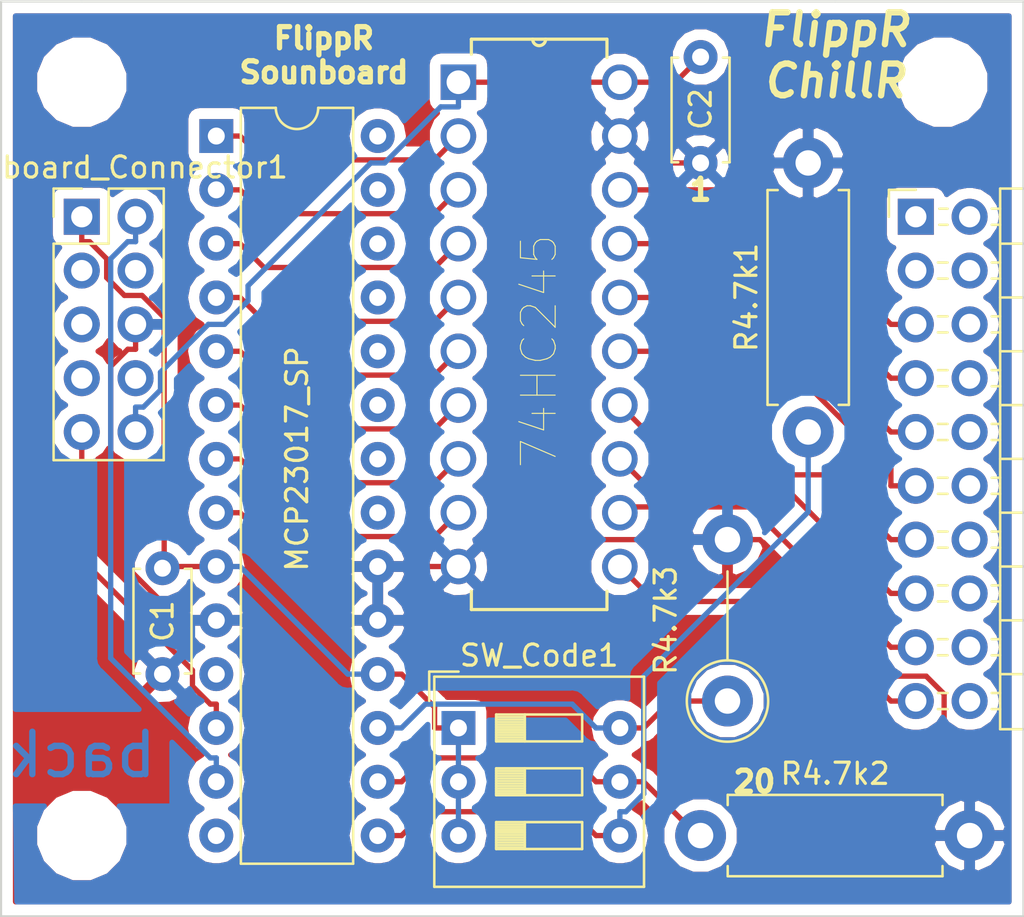
<source format=kicad_pcb>
(kicad_pcb (version 20171130) (host pcbnew 5.0.2-bee76a0~70~ubuntu18.04.1)

  (general
    (thickness 1.6)
    (drawings 11)
    (tracks 165)
    (zones 0)
    (modules 13)
    (nets 52)
  )

  (page A4)
  (layers
    (0 F.Cu signal hide)
    (31 B.Cu signal hide)
    (33 F.Adhes user)
    (35 F.Paste user)
    (37 F.SilkS user)
    (39 F.Mask user)
    (40 Dwgs.User user)
    (41 Cmts.User user)
    (42 Eco1.User user)
    (43 Eco2.User user)
    (44 Edge.Cuts user)
    (45 Margin user)
    (46 B.CrtYd user)
    (47 F.CrtYd user)
    (49 F.Fab user)
  )

  (setup
    (last_trace_width 0.25)
    (trace_clearance 0.2)
    (zone_clearance 0.508)
    (zone_45_only no)
    (trace_min 0.2)
    (segment_width 0.2)
    (edge_width 0.1)
    (via_size 0.8)
    (via_drill 0.4)
    (via_min_size 0.4)
    (via_min_drill 0.3)
    (uvia_size 0.3)
    (uvia_drill 0.1)
    (uvias_allowed no)
    (uvia_min_size 0.2)
    (uvia_min_drill 0.1)
    (pcb_text_width 0.3)
    (pcb_text_size 1.5 1.5)
    (mod_edge_width 0.15)
    (mod_text_size 1 1)
    (mod_text_width 0.15)
    (pad_size 1.5 1.5)
    (pad_drill 0.6)
    (pad_to_mask_clearance 0)
    (solder_mask_min_width 0.25)
    (aux_axis_origin 0 0)
    (visible_elements FFFFFF7F)
    (pcbplotparams
      (layerselection 0x010fc_ffffffff)
      (usegerberextensions false)
      (usegerberattributes false)
      (usegerberadvancedattributes false)
      (creategerberjobfile false)
      (excludeedgelayer true)
      (linewidth 0.100000)
      (plotframeref false)
      (viasonmask false)
      (mode 1)
      (useauxorigin false)
      (hpglpennumber 1)
      (hpglpenspeed 20)
      (hpglpendiameter 15.000000)
      (psnegative false)
      (psa4output false)
      (plotreference true)
      (plotvalue true)
      (plotinvisibletext false)
      (padsonsilk false)
      (subtractmaskfromsilk false)
      (outputformat 1)
      (mirror false)
      (drillshape 1)
      (scaleselection 1)
      (outputdirectory ""))
  )

  (net 0 "")
  (net 1 "Net-(U1-Pad1)")
  (net 2 GND)
  (net 3 "Net-(U1-Pad2)")
  (net 4 +3V3)
  (net 5 "Net-(U1-Pad3)")
  (net 6 "Net-(U1-Pad4)")
  (net 7 "Net-(U1-Pad5)")
  (net 8 "Net-(U1-Pad6)")
  (net 9 "Net-(U1-Pad7)")
  (net 10 "Net-(U1-Pad21)")
  (net 11 "Net-(U1-Pad8)")
  (net 12 "Net-(U1-Pad22)")
  (net 13 "Net-(U1-Pad23)")
  (net 14 "Net-(U1-Pad24)")
  (net 15 "Net-(U1-Pad11)")
  (net 16 "Net-(U1-Pad25)")
  (net 17 "Net-(U1-Pad26)")
  (net 18 /SDA)
  (net 19 "Net-(U1-Pad27)")
  (net 20 "Net-(U1-Pad14)")
  (net 21 "Net-(U1-Pad28)")
  (net 22 +5V)
  (net 23 "Net-(J2-Pad6)")
  (net 24 "Net-(J2-Pad8)")
  (net 25 "Net-(J2-Pad10)")
  (net 26 "Net-(J2-Pad12)")
  (net 27 "Net-(J2-Pad14)")
  (net 28 "Net-(J2-Pad16)")
  (net 29 "Net-(J2-Pad18)")
  (net 30 "Net-(J2-Pad20)")
  (net 31 "Net-(J2-Pad1)")
  (net 32 "Net-(J2-Pad2)")
  (net 33 "Net-(J2-Pad3)")
  (net 34 "Net-(J2-Pad4)")
  (net 35 "Net-(J2-Pad5)")
  (net 36 "Net-(J2-Pad7)")
  (net 37 "Net-(J2-Pad9)")
  (net 38 "Net-(J2-Pad11)")
  (net 39 "Net-(J2-Pad13)")
  (net 40 "Net-(J2-Pad17)")
  (net 41 "Net-(J2-Pad19)")
  (net 42 /SCL)
  (net 43 /IRQ)
  (net 44 "Net-(R4.7k3-Pad1)")
  (net 45 "Net-(R4.7k1-Pad1)")
  (net 46 "Net-(R4.7k2-Pad1)")
  (net 47 "Net-(Mainboard_Connector1-Pad3)")
  (net 48 "Net-(Mainboard_Connector1-Pad4)")
  (net 49 "Net-(Mainboard_Connector1-Pad5)")
  (net 50 "Net-(Mainboard_Connector1-Pad7)")
  (net 51 "Net-(Mainboard_Connector1-Pad8)")

  (net_class Default "This is the default net class."
    (clearance 0.2)
    (trace_width 0.25)
    (via_dia 0.8)
    (via_drill 0.4)
    (uvia_dia 0.3)
    (uvia_drill 0.1)
    (add_net +3V3)
    (add_net +5V)
    (add_net /IRQ)
    (add_net /SCL)
    (add_net /SDA)
    (add_net GND)
    (add_net "Net-(J2-Pad1)")
    (add_net "Net-(J2-Pad10)")
    (add_net "Net-(J2-Pad11)")
    (add_net "Net-(J2-Pad12)")
    (add_net "Net-(J2-Pad13)")
    (add_net "Net-(J2-Pad14)")
    (add_net "Net-(J2-Pad16)")
    (add_net "Net-(J2-Pad17)")
    (add_net "Net-(J2-Pad18)")
    (add_net "Net-(J2-Pad19)")
    (add_net "Net-(J2-Pad2)")
    (add_net "Net-(J2-Pad20)")
    (add_net "Net-(J2-Pad3)")
    (add_net "Net-(J2-Pad4)")
    (add_net "Net-(J2-Pad5)")
    (add_net "Net-(J2-Pad6)")
    (add_net "Net-(J2-Pad7)")
    (add_net "Net-(J2-Pad8)")
    (add_net "Net-(J2-Pad9)")
    (add_net "Net-(Mainboard_Connector1-Pad3)")
    (add_net "Net-(Mainboard_Connector1-Pad4)")
    (add_net "Net-(Mainboard_Connector1-Pad5)")
    (add_net "Net-(Mainboard_Connector1-Pad7)")
    (add_net "Net-(Mainboard_Connector1-Pad8)")
    (add_net "Net-(R4.7k1-Pad1)")
    (add_net "Net-(R4.7k2-Pad1)")
    (add_net "Net-(R4.7k3-Pad1)")
    (add_net "Net-(U1-Pad1)")
    (add_net "Net-(U1-Pad11)")
    (add_net "Net-(U1-Pad14)")
    (add_net "Net-(U1-Pad2)")
    (add_net "Net-(U1-Pad21)")
    (add_net "Net-(U1-Pad22)")
    (add_net "Net-(U1-Pad23)")
    (add_net "Net-(U1-Pad24)")
    (add_net "Net-(U1-Pad25)")
    (add_net "Net-(U1-Pad26)")
    (add_net "Net-(U1-Pad27)")
    (add_net "Net-(U1-Pad28)")
    (add_net "Net-(U1-Pad3)")
    (add_net "Net-(U1-Pad4)")
    (add_net "Net-(U1-Pad5)")
    (add_net "Net-(U1-Pad6)")
    (add_net "Net-(U1-Pad7)")
    (add_net "Net-(U1-Pad8)")
  )

  (module Connector_PinHeader_2.54mm:PinHeader_2x05_P2.54mm_Vertical (layer F.Cu) (tedit 59FED5CC) (tstamp 5CD6DAEF)
    (at 93.98 43.18)
    (descr "Through hole straight pin header, 2x05, 2.54mm pitch, double rows")
    (tags "Through hole pin header THT 2x05 2.54mm double row")
    (path /5CD4D9B7)
    (fp_text reference Mainboard_Connector1 (at 1.27 -2.33) (layer F.SilkS)
      (effects (font (size 1 1) (thickness 0.15)))
    )
    (fp_text value Conn_02x05_Counter_Clockwise (at 1.27 12.49) (layer F.Fab)
      (effects (font (size 1 1) (thickness 0.15)))
    )
    (fp_line (start 0 -1.27) (end 3.81 -1.27) (layer F.Fab) (width 0.1))
    (fp_line (start 3.81 -1.27) (end 3.81 11.43) (layer F.Fab) (width 0.1))
    (fp_line (start 3.81 11.43) (end -1.27 11.43) (layer F.Fab) (width 0.1))
    (fp_line (start -1.27 11.43) (end -1.27 0) (layer F.Fab) (width 0.1))
    (fp_line (start -1.27 0) (end 0 -1.27) (layer F.Fab) (width 0.1))
    (fp_line (start -1.33 11.49) (end 3.87 11.49) (layer F.SilkS) (width 0.12))
    (fp_line (start -1.33 1.27) (end -1.33 11.49) (layer F.SilkS) (width 0.12))
    (fp_line (start 3.87 -1.33) (end 3.87 11.49) (layer F.SilkS) (width 0.12))
    (fp_line (start -1.33 1.27) (end 1.27 1.27) (layer F.SilkS) (width 0.12))
    (fp_line (start 1.27 1.27) (end 1.27 -1.33) (layer F.SilkS) (width 0.12))
    (fp_line (start 1.27 -1.33) (end 3.87 -1.33) (layer F.SilkS) (width 0.12))
    (fp_line (start -1.33 0) (end -1.33 -1.33) (layer F.SilkS) (width 0.12))
    (fp_line (start -1.33 -1.33) (end 0 -1.33) (layer F.SilkS) (width 0.12))
    (fp_line (start -1.8 -1.8) (end -1.8 11.95) (layer F.CrtYd) (width 0.05))
    (fp_line (start -1.8 11.95) (end 4.35 11.95) (layer F.CrtYd) (width 0.05))
    (fp_line (start 4.35 11.95) (end 4.35 -1.8) (layer F.CrtYd) (width 0.05))
    (fp_line (start 4.35 -1.8) (end -1.8 -1.8) (layer F.CrtYd) (width 0.05))
    (fp_text user %R (at 1.27 5.08 90) (layer F.Fab)
      (effects (font (size 1 1) (thickness 0.15)))
    )
    (pad 1 thru_hole rect (at 0 0) (size 1.7 1.7) (drill 1) (layers *.Cu *.Mask)
      (net 4 +3V3))
    (pad 2 thru_hole oval (at 2.54 0) (size 1.7 1.7) (drill 1) (layers *.Cu *.Mask)
      (net 18 /SDA))
    (pad 3 thru_hole oval (at 0 2.54) (size 1.7 1.7) (drill 1) (layers *.Cu *.Mask)
      (net 47 "Net-(Mainboard_Connector1-Pad3)"))
    (pad 4 thru_hole oval (at 2.54 2.54) (size 1.7 1.7) (drill 1) (layers *.Cu *.Mask)
      (net 48 "Net-(Mainboard_Connector1-Pad4)"))
    (pad 5 thru_hole oval (at 0 5.08) (size 1.7 1.7) (drill 1) (layers *.Cu *.Mask)
      (net 49 "Net-(Mainboard_Connector1-Pad5)"))
    (pad 6 thru_hole oval (at 2.54 5.08) (size 1.7 1.7) (drill 1) (layers *.Cu *.Mask)
      (net 2 GND))
    (pad 7 thru_hole oval (at 0 7.62) (size 1.7 1.7) (drill 1) (layers *.Cu *.Mask)
      (net 50 "Net-(Mainboard_Connector1-Pad7)"))
    (pad 8 thru_hole oval (at 2.54 7.62) (size 1.7 1.7) (drill 1) (layers *.Cu *.Mask)
      (net 51 "Net-(Mainboard_Connector1-Pad8)"))
    (pad 9 thru_hole oval (at 0 10.16) (size 1.7 1.7) (drill 1) (layers *.Cu *.Mask)
      (net 42 /SCL))
    (pad 10 thru_hole oval (at 2.54 10.16) (size 1.7 1.7) (drill 1) (layers *.Cu *.Mask)
      (net 22 +5V))
    (model ${KISYS3DMOD}/Connector_PinHeader_2.54mm.3dshapes/PinHeader_2x05_P2.54mm_Vertical.wrl
      (at (xyz 0 0 0))
      (scale (xyz 1 1 1))
      (rotate (xyz 0 0 0))
    )
  )

  (module Package_DIP:DIP-28_W7.62mm (layer F.Cu) (tedit 5C5C0B3C) (tstamp 5C5C200B)
    (at 100.33 39.37)
    (descr "28-lead though-hole mounted DIP package, row spacing 7.62 mm (300 mils)")
    (tags "THT DIP DIL PDIP 2.54mm 7.62mm 300mil")
    (path /5C4A2167)
    (fp_text reference U1 (at 5.08 -19.05) (layer F.SilkS)
      (effects (font (size 1 1) (thickness 0.15)))
    )
    (fp_text value MCP23017_SP (at 3.81 15.24 90) (layer F.SilkS)
      (effects (font (size 1 1) (thickness 0.15)))
    )
    (fp_arc (start 3.81 -1.33) (end 2.81 -1.33) (angle -180) (layer F.SilkS) (width 0.12))
    (fp_line (start 1.635 -1.27) (end 6.985 -1.27) (layer F.Fab) (width 0.1))
    (fp_line (start 6.985 -1.27) (end 6.985 34.29) (layer F.Fab) (width 0.1))
    (fp_line (start 6.985 34.29) (end 0.635 34.29) (layer F.Fab) (width 0.1))
    (fp_line (start 0.635 34.29) (end 0.635 -0.27) (layer F.Fab) (width 0.1))
    (fp_line (start 0.635 -0.27) (end 1.635 -1.27) (layer F.Fab) (width 0.1))
    (fp_line (start 2.81 -1.33) (end 1.16 -1.33) (layer F.SilkS) (width 0.12))
    (fp_line (start 1.16 -1.33) (end 1.16 34.35) (layer F.SilkS) (width 0.12))
    (fp_line (start 1.16 34.35) (end 6.46 34.35) (layer F.SilkS) (width 0.12))
    (fp_line (start 6.46 34.35) (end 6.46 -1.33) (layer F.SilkS) (width 0.12))
    (fp_line (start 6.46 -1.33) (end 4.81 -1.33) (layer F.SilkS) (width 0.12))
    (fp_line (start -1.1 -1.55) (end -1.1 34.55) (layer F.CrtYd) (width 0.05))
    (fp_line (start -1.1 34.55) (end 8.7 34.55) (layer F.CrtYd) (width 0.05))
    (fp_line (start 8.7 34.55) (end 8.7 -1.55) (layer F.CrtYd) (width 0.05))
    (fp_line (start 8.7 -1.55) (end -1.1 -1.55) (layer F.CrtYd) (width 0.05))
    (fp_text user %R (at -3.81 -17.78) (layer F.Fab)
      (effects (font (size 1 1) (thickness 0.15)))
    )
    (pad 1 thru_hole rect (at 0 0) (size 1.6 1.6) (drill 0.8) (layers *.Cu *.Mask)
      (net 1 "Net-(U1-Pad1)"))
    (pad 15 thru_hole oval (at 7.62 33.02) (size 1.6 1.6) (drill 0.8) (layers *.Cu *.Mask)
      (net 45 "Net-(R4.7k1-Pad1)"))
    (pad 2 thru_hole oval (at 0 2.54) (size 1.6 1.6) (drill 0.8) (layers *.Cu *.Mask)
      (net 3 "Net-(U1-Pad2)"))
    (pad 16 thru_hole oval (at 7.62 30.48) (size 1.6 1.6) (drill 0.8) (layers *.Cu *.Mask)
      (net 46 "Net-(R4.7k2-Pad1)"))
    (pad 3 thru_hole oval (at 0 5.08) (size 1.6 1.6) (drill 0.8) (layers *.Cu *.Mask)
      (net 5 "Net-(U1-Pad3)"))
    (pad 17 thru_hole oval (at 7.62 27.94) (size 1.6 1.6) (drill 0.8) (layers *.Cu *.Mask)
      (net 44 "Net-(R4.7k3-Pad1)"))
    (pad 4 thru_hole oval (at 0 7.62) (size 1.6 1.6) (drill 0.8) (layers *.Cu *.Mask)
      (net 6 "Net-(U1-Pad4)"))
    (pad 18 thru_hole oval (at 7.62 25.4) (size 1.6 1.6) (drill 0.8) (layers *.Cu *.Mask)
      (net 4 +3V3))
    (pad 5 thru_hole oval (at 0 10.16) (size 1.6 1.6) (drill 0.8) (layers *.Cu *.Mask)
      (net 7 "Net-(U1-Pad5)"))
    (pad 19 thru_hole oval (at 7.62 22.86) (size 1.6 1.6) (drill 0.8) (layers *.Cu *.Mask)
      (net 2 GND))
    (pad 6 thru_hole oval (at 0 12.7) (size 1.6 1.6) (drill 0.8) (layers *.Cu *.Mask)
      (net 8 "Net-(U1-Pad6)"))
    (pad 20 thru_hole oval (at 7.62 20.32) (size 1.6 1.6) (drill 0.8) (layers *.Cu *.Mask)
      (net 2 GND))
    (pad 7 thru_hole oval (at 0 15.24) (size 1.6 1.6) (drill 0.8) (layers *.Cu *.Mask)
      (net 9 "Net-(U1-Pad7)"))
    (pad 21 thru_hole oval (at 7.62 17.78) (size 1.6 1.6) (drill 0.8) (layers *.Cu *.Mask)
      (net 10 "Net-(U1-Pad21)"))
    (pad 8 thru_hole oval (at 0 17.78) (size 1.6 1.6) (drill 0.8) (layers *.Cu *.Mask)
      (net 11 "Net-(U1-Pad8)"))
    (pad 22 thru_hole oval (at 7.62 15.24) (size 1.6 1.6) (drill 0.8) (layers *.Cu *.Mask)
      (net 12 "Net-(U1-Pad22)"))
    (pad 9 thru_hole oval (at 0 20.32) (size 1.6 1.6) (drill 0.8) (layers *.Cu *.Mask)
      (net 4 +3V3))
    (pad 23 thru_hole oval (at 7.62 12.7) (size 1.6 1.6) (drill 0.8) (layers *.Cu *.Mask)
      (net 13 "Net-(U1-Pad23)"))
    (pad 10 thru_hole oval (at 0 22.86) (size 1.6 1.6) (drill 0.8) (layers *.Cu *.Mask)
      (net 2 GND))
    (pad 24 thru_hole oval (at 7.62 10.16) (size 1.6 1.6) (drill 0.8) (layers *.Cu *.Mask)
      (net 14 "Net-(U1-Pad24)"))
    (pad 11 thru_hole oval (at 0 25.4) (size 1.6 1.6) (drill 0.8) (layers *.Cu *.Mask)
      (net 15 "Net-(U1-Pad11)"))
    (pad 25 thru_hole oval (at 7.62 7.62) (size 1.6 1.6) (drill 0.8) (layers *.Cu *.Mask)
      (net 16 "Net-(U1-Pad25)"))
    (pad 12 thru_hole oval (at 0 27.94) (size 1.6 1.6) (drill 0.8) (layers *.Cu *.Mask)
      (net 42 /SCL))
    (pad 26 thru_hole oval (at 7.62 5.08) (size 1.6 1.6) (drill 0.8) (layers *.Cu *.Mask)
      (net 17 "Net-(U1-Pad26)"))
    (pad 13 thru_hole oval (at 0 30.48) (size 1.6 1.6) (drill 0.8) (layers *.Cu *.Mask)
      (net 18 /SDA))
    (pad 27 thru_hole oval (at 7.62 2.54) (size 1.6 1.6) (drill 0.8) (layers *.Cu *.Mask)
      (net 19 "Net-(U1-Pad27)"))
    (pad 14 thru_hole oval (at 0 33.02) (size 1.6 1.6) (drill 0.8) (layers *.Cu *.Mask)
      (net 20 "Net-(U1-Pad14)"))
    (pad 28 thru_hole oval (at 7.62 0) (size 1.6 1.6) (drill 0.8) (layers *.Cu *.Mask)
      (net 21 "Net-(U1-Pad28)"))
    (model ${KISYS3DMOD}/Package_DIP.3dshapes/DIP-28_W7.62mm.wrl
      (at (xyz 0 0 0))
      (scale (xyz 1 1 1))
      (rotate (xyz 0 0 0))
    )
  )

  (module Capacitor_THT:C_Disc_D4.7mm_W2.5mm_P5.00mm (layer F.Cu) (tedit 5AE50EF0) (tstamp 5C6585C4)
    (at 123.19 40.64 90)
    (descr "C, Disc series, Radial, pin pitch=5.00mm, , diameter*width=4.7*2.5mm^2, Capacitor, http://www.vishay.com/docs/45233/krseries.pdf")
    (tags "C Disc series Radial pin pitch 5.00mm  diameter 4.7mm width 2.5mm Capacitor")
    (path /5C68DF77)
    (fp_text reference C2 (at 2.54 0 90) (layer F.SilkS)
      (effects (font (size 1 1) (thickness 0.15)))
    )
    (fp_text value C_Small (at 2.5 2.5 90) (layer F.Fab)
      (effects (font (size 1 1) (thickness 0.15)))
    )
    (fp_line (start 0.15 -1.25) (end 0.15 1.25) (layer F.Fab) (width 0.1))
    (fp_line (start 0.15 1.25) (end 4.85 1.25) (layer F.Fab) (width 0.1))
    (fp_line (start 4.85 1.25) (end 4.85 -1.25) (layer F.Fab) (width 0.1))
    (fp_line (start 4.85 -1.25) (end 0.15 -1.25) (layer F.Fab) (width 0.1))
    (fp_line (start 0.03 -1.37) (end 4.97 -1.37) (layer F.SilkS) (width 0.12))
    (fp_line (start 0.03 1.37) (end 4.97 1.37) (layer F.SilkS) (width 0.12))
    (fp_line (start 0.03 -1.37) (end 0.03 -1.055) (layer F.SilkS) (width 0.12))
    (fp_line (start 0.03 1.055) (end 0.03 1.37) (layer F.SilkS) (width 0.12))
    (fp_line (start 4.97 -1.37) (end 4.97 -1.055) (layer F.SilkS) (width 0.12))
    (fp_line (start 4.97 1.055) (end 4.97 1.37) (layer F.SilkS) (width 0.12))
    (fp_line (start -1.05 -1.5) (end -1.05 1.5) (layer F.CrtYd) (width 0.05))
    (fp_line (start -1.05 1.5) (end 6.05 1.5) (layer F.CrtYd) (width 0.05))
    (fp_line (start 6.05 1.5) (end 6.05 -1.5) (layer F.CrtYd) (width 0.05))
    (fp_line (start 6.05 -1.5) (end -1.05 -1.5) (layer F.CrtYd) (width 0.05))
    (fp_text user %R (at 2.5 0 90) (layer F.Fab)
      (effects (font (size 0.94 0.94) (thickness 0.141)))
    )
    (pad 1 thru_hole circle (at 0 0 90) (size 1.6 1.6) (drill 0.8) (layers *.Cu *.Mask)
      (net 2 GND))
    (pad 2 thru_hole circle (at 5 0 90) (size 1.6 1.6) (drill 0.8) (layers *.Cu *.Mask)
      (net 22 +5V))
    (model ${KISYS3DMOD}/Capacitor_THT.3dshapes/C_Disc_D4.7mm_W2.5mm_P5.00mm.wrl
      (at (xyz 0 0 0))
      (scale (xyz 1 1 1))
      (rotate (xyz 0 0 0))
    )
  )

  (module Connector_PinHeader_2.54mm:PinHeader_2x10_P2.54mm_Horizontal (layer F.Cu) (tedit 59FED5CB) (tstamp 5C5C2121)
    (at 133.35 43.18)
    (descr "Through hole angled pin header, 2x10, 2.54mm pitch, 6mm pin length, double rows")
    (tags "Through hole angled pin header THT 2x10 2.54mm double row")
    (path /5C4A3D78)
    (fp_text reference J2 (at 11.43 -21.59) (layer F.SilkS)
      (effects (font (size 1 1) (thickness 0.15)))
    )
    (fp_text value Conn_02x10_Odd_Even (at 16.51 29.21) (layer F.Fab)
      (effects (font (size 1 1) (thickness 0.15)))
    )
    (fp_line (start 4.675 -1.27) (end 6.58 -1.27) (layer F.Fab) (width 0.1))
    (fp_line (start 6.58 -1.27) (end 6.58 24.13) (layer F.Fab) (width 0.1))
    (fp_line (start 6.58 24.13) (end 4.04 24.13) (layer F.Fab) (width 0.1))
    (fp_line (start 4.04 24.13) (end 4.04 -0.635) (layer F.Fab) (width 0.1))
    (fp_line (start 4.04 -0.635) (end 4.675 -1.27) (layer F.Fab) (width 0.1))
    (fp_line (start -0.32 -0.32) (end 4.04 -0.32) (layer F.Fab) (width 0.1))
    (fp_line (start -0.32 -0.32) (end -0.32 0.32) (layer F.Fab) (width 0.1))
    (fp_line (start -0.32 0.32) (end 4.04 0.32) (layer F.Fab) (width 0.1))
    (fp_line (start 6.58 -0.32) (end 12.58 -0.32) (layer F.Fab) (width 0.1))
    (fp_line (start 12.58 -0.32) (end 12.58 0.32) (layer F.Fab) (width 0.1))
    (fp_line (start 6.58 0.32) (end 12.58 0.32) (layer F.Fab) (width 0.1))
    (fp_line (start -0.32 2.22) (end 4.04 2.22) (layer F.Fab) (width 0.1))
    (fp_line (start -0.32 2.22) (end -0.32 2.86) (layer F.Fab) (width 0.1))
    (fp_line (start -0.32 2.86) (end 4.04 2.86) (layer F.Fab) (width 0.1))
    (fp_line (start 6.58 2.22) (end 12.58 2.22) (layer F.Fab) (width 0.1))
    (fp_line (start 12.58 2.22) (end 12.58 2.86) (layer F.Fab) (width 0.1))
    (fp_line (start 6.58 2.86) (end 12.58 2.86) (layer F.Fab) (width 0.1))
    (fp_line (start -0.32 4.76) (end 4.04 4.76) (layer F.Fab) (width 0.1))
    (fp_line (start -0.32 4.76) (end -0.32 5.4) (layer F.Fab) (width 0.1))
    (fp_line (start -0.32 5.4) (end 4.04 5.4) (layer F.Fab) (width 0.1))
    (fp_line (start 6.58 4.76) (end 12.58 4.76) (layer F.Fab) (width 0.1))
    (fp_line (start 12.58 4.76) (end 12.58 5.4) (layer F.Fab) (width 0.1))
    (fp_line (start 6.58 5.4) (end 12.58 5.4) (layer F.Fab) (width 0.1))
    (fp_line (start -0.32 7.3) (end 4.04 7.3) (layer F.Fab) (width 0.1))
    (fp_line (start -0.32 7.3) (end -0.32 7.94) (layer F.Fab) (width 0.1))
    (fp_line (start -0.32 7.94) (end 4.04 7.94) (layer F.Fab) (width 0.1))
    (fp_line (start 6.58 7.3) (end 12.58 7.3) (layer F.Fab) (width 0.1))
    (fp_line (start 12.58 7.3) (end 12.58 7.94) (layer F.Fab) (width 0.1))
    (fp_line (start 6.58 7.94) (end 12.58 7.94) (layer F.Fab) (width 0.1))
    (fp_line (start -0.32 9.84) (end 4.04 9.84) (layer F.Fab) (width 0.1))
    (fp_line (start -0.32 9.84) (end -0.32 10.48) (layer F.Fab) (width 0.1))
    (fp_line (start -0.32 10.48) (end 4.04 10.48) (layer F.Fab) (width 0.1))
    (fp_line (start 6.58 9.84) (end 12.58 9.84) (layer F.Fab) (width 0.1))
    (fp_line (start 12.58 9.84) (end 12.58 10.48) (layer F.Fab) (width 0.1))
    (fp_line (start 6.58 10.48) (end 12.58 10.48) (layer F.Fab) (width 0.1))
    (fp_line (start -0.32 12.38) (end 4.04 12.38) (layer F.Fab) (width 0.1))
    (fp_line (start -0.32 12.38) (end -0.32 13.02) (layer F.Fab) (width 0.1))
    (fp_line (start -0.32 13.02) (end 4.04 13.02) (layer F.Fab) (width 0.1))
    (fp_line (start 6.58 12.38) (end 12.58 12.38) (layer F.Fab) (width 0.1))
    (fp_line (start 12.58 12.38) (end 12.58 13.02) (layer F.Fab) (width 0.1))
    (fp_line (start 6.58 13.02) (end 12.58 13.02) (layer F.Fab) (width 0.1))
    (fp_line (start -0.32 14.92) (end 4.04 14.92) (layer F.Fab) (width 0.1))
    (fp_line (start -0.32 14.92) (end -0.32 15.56) (layer F.Fab) (width 0.1))
    (fp_line (start -0.32 15.56) (end 4.04 15.56) (layer F.Fab) (width 0.1))
    (fp_line (start 6.58 14.92) (end 12.58 14.92) (layer F.Fab) (width 0.1))
    (fp_line (start 12.58 14.92) (end 12.58 15.56) (layer F.Fab) (width 0.1))
    (fp_line (start 6.58 15.56) (end 12.58 15.56) (layer F.Fab) (width 0.1))
    (fp_line (start -0.32 17.46) (end 4.04 17.46) (layer F.Fab) (width 0.1))
    (fp_line (start -0.32 17.46) (end -0.32 18.1) (layer F.Fab) (width 0.1))
    (fp_line (start -0.32 18.1) (end 4.04 18.1) (layer F.Fab) (width 0.1))
    (fp_line (start 6.58 17.46) (end 12.58 17.46) (layer F.Fab) (width 0.1))
    (fp_line (start 12.58 17.46) (end 12.58 18.1) (layer F.Fab) (width 0.1))
    (fp_line (start 6.58 18.1) (end 12.58 18.1) (layer F.Fab) (width 0.1))
    (fp_line (start -0.32 20) (end 4.04 20) (layer F.Fab) (width 0.1))
    (fp_line (start -0.32 20) (end -0.32 20.64) (layer F.Fab) (width 0.1))
    (fp_line (start -0.32 20.64) (end 4.04 20.64) (layer F.Fab) (width 0.1))
    (fp_line (start 6.58 20) (end 12.58 20) (layer F.Fab) (width 0.1))
    (fp_line (start 12.58 20) (end 12.58 20.64) (layer F.Fab) (width 0.1))
    (fp_line (start 6.58 20.64) (end 12.58 20.64) (layer F.Fab) (width 0.1))
    (fp_line (start -0.32 22.54) (end 4.04 22.54) (layer F.Fab) (width 0.1))
    (fp_line (start -0.32 22.54) (end -0.32 23.18) (layer F.Fab) (width 0.1))
    (fp_line (start -0.32 23.18) (end 4.04 23.18) (layer F.Fab) (width 0.1))
    (fp_line (start 6.58 22.54) (end 12.58 22.54) (layer F.Fab) (width 0.1))
    (fp_line (start 12.58 22.54) (end 12.58 23.18) (layer F.Fab) (width 0.1))
    (fp_line (start 6.58 23.18) (end 12.58 23.18) (layer F.Fab) (width 0.1))
    (fp_line (start 3.98 -1.33) (end 3.98 24.19) (layer F.SilkS) (width 0.12))
    (fp_line (start 3.98 24.19) (end 6.64 24.19) (layer F.SilkS) (width 0.12))
    (fp_line (start 6.64 24.19) (end 6.64 -1.33) (layer F.SilkS) (width 0.12))
    (fp_line (start 6.64 -1.33) (end 3.98 -1.33) (layer F.SilkS) (width 0.12))
    (fp_line (start 6.64 -0.38) (end 12.64 -0.38) (layer F.SilkS) (width 0.12))
    (fp_line (start 12.64 -0.38) (end 12.64 0.38) (layer F.SilkS) (width 0.12))
    (fp_line (start 12.64 0.38) (end 6.64 0.38) (layer F.SilkS) (width 0.12))
    (fp_line (start 6.64 -0.32) (end 12.64 -0.32) (layer F.SilkS) (width 0.12))
    (fp_line (start 6.64 -0.2) (end 12.64 -0.2) (layer F.SilkS) (width 0.12))
    (fp_line (start 6.64 -0.08) (end 12.64 -0.08) (layer F.SilkS) (width 0.12))
    (fp_line (start 6.64 0.04) (end 12.64 0.04) (layer F.SilkS) (width 0.12))
    (fp_line (start 6.64 0.16) (end 12.64 0.16) (layer F.SilkS) (width 0.12))
    (fp_line (start 6.64 0.28) (end 12.64 0.28) (layer F.SilkS) (width 0.12))
    (fp_line (start 3.582929 -0.38) (end 3.98 -0.38) (layer F.SilkS) (width 0.12))
    (fp_line (start 3.582929 0.38) (end 3.98 0.38) (layer F.SilkS) (width 0.12))
    (fp_line (start 1.11 -0.38) (end 1.497071 -0.38) (layer F.SilkS) (width 0.12))
    (fp_line (start 1.11 0.38) (end 1.497071 0.38) (layer F.SilkS) (width 0.12))
    (fp_line (start 3.98 1.27) (end 6.64 1.27) (layer F.SilkS) (width 0.12))
    (fp_line (start 6.64 2.16) (end 12.64 2.16) (layer F.SilkS) (width 0.12))
    (fp_line (start 12.64 2.16) (end 12.64 2.92) (layer F.SilkS) (width 0.12))
    (fp_line (start 12.64 2.92) (end 6.64 2.92) (layer F.SilkS) (width 0.12))
    (fp_line (start 3.582929 2.16) (end 3.98 2.16) (layer F.SilkS) (width 0.12))
    (fp_line (start 3.582929 2.92) (end 3.98 2.92) (layer F.SilkS) (width 0.12))
    (fp_line (start 1.042929 2.16) (end 1.497071 2.16) (layer F.SilkS) (width 0.12))
    (fp_line (start 1.042929 2.92) (end 1.497071 2.92) (layer F.SilkS) (width 0.12))
    (fp_line (start 3.98 3.81) (end 6.64 3.81) (layer F.SilkS) (width 0.12))
    (fp_line (start 6.64 4.7) (end 12.64 4.7) (layer F.SilkS) (width 0.12))
    (fp_line (start 12.64 4.7) (end 12.64 5.46) (layer F.SilkS) (width 0.12))
    (fp_line (start 12.64 5.46) (end 6.64 5.46) (layer F.SilkS) (width 0.12))
    (fp_line (start 3.582929 4.7) (end 3.98 4.7) (layer F.SilkS) (width 0.12))
    (fp_line (start 3.582929 5.46) (end 3.98 5.46) (layer F.SilkS) (width 0.12))
    (fp_line (start 1.042929 4.7) (end 1.497071 4.7) (layer F.SilkS) (width 0.12))
    (fp_line (start 1.042929 5.46) (end 1.497071 5.46) (layer F.SilkS) (width 0.12))
    (fp_line (start 3.98 6.35) (end 6.64 6.35) (layer F.SilkS) (width 0.12))
    (fp_line (start 6.64 7.24) (end 12.64 7.24) (layer F.SilkS) (width 0.12))
    (fp_line (start 12.64 7.24) (end 12.64 8) (layer F.SilkS) (width 0.12))
    (fp_line (start 12.64 8) (end 6.64 8) (layer F.SilkS) (width 0.12))
    (fp_line (start 3.582929 7.24) (end 3.98 7.24) (layer F.SilkS) (width 0.12))
    (fp_line (start 3.582929 8) (end 3.98 8) (layer F.SilkS) (width 0.12))
    (fp_line (start 1.042929 7.24) (end 1.497071 7.24) (layer F.SilkS) (width 0.12))
    (fp_line (start 1.042929 8) (end 1.497071 8) (layer F.SilkS) (width 0.12))
    (fp_line (start 3.98 8.89) (end 6.64 8.89) (layer F.SilkS) (width 0.12))
    (fp_line (start 6.64 9.78) (end 12.64 9.78) (layer F.SilkS) (width 0.12))
    (fp_line (start 12.64 9.78) (end 12.64 10.54) (layer F.SilkS) (width 0.12))
    (fp_line (start 12.64 10.54) (end 6.64 10.54) (layer F.SilkS) (width 0.12))
    (fp_line (start 3.582929 9.78) (end 3.98 9.78) (layer F.SilkS) (width 0.12))
    (fp_line (start 3.582929 10.54) (end 3.98 10.54) (layer F.SilkS) (width 0.12))
    (fp_line (start 1.042929 9.78) (end 1.497071 9.78) (layer F.SilkS) (width 0.12))
    (fp_line (start 1.042929 10.54) (end 1.497071 10.54) (layer F.SilkS) (width 0.12))
    (fp_line (start 3.98 11.43) (end 6.64 11.43) (layer F.SilkS) (width 0.12))
    (fp_line (start 6.64 12.32) (end 12.64 12.32) (layer F.SilkS) (width 0.12))
    (fp_line (start 12.64 12.32) (end 12.64 13.08) (layer F.SilkS) (width 0.12))
    (fp_line (start 12.64 13.08) (end 6.64 13.08) (layer F.SilkS) (width 0.12))
    (fp_line (start 3.582929 12.32) (end 3.98 12.32) (layer F.SilkS) (width 0.12))
    (fp_line (start 3.582929 13.08) (end 3.98 13.08) (layer F.SilkS) (width 0.12))
    (fp_line (start 1.042929 12.32) (end 1.497071 12.32) (layer F.SilkS) (width 0.12))
    (fp_line (start 1.042929 13.08) (end 1.497071 13.08) (layer F.SilkS) (width 0.12))
    (fp_line (start 3.98 13.97) (end 6.64 13.97) (layer F.SilkS) (width 0.12))
    (fp_line (start 6.64 14.86) (end 12.64 14.86) (layer F.SilkS) (width 0.12))
    (fp_line (start 12.64 14.86) (end 12.64 15.62) (layer F.SilkS) (width 0.12))
    (fp_line (start 12.64 15.62) (end 6.64 15.62) (layer F.SilkS) (width 0.12))
    (fp_line (start 3.582929 14.86) (end 3.98 14.86) (layer F.SilkS) (width 0.12))
    (fp_line (start 3.582929 15.62) (end 3.98 15.62) (layer F.SilkS) (width 0.12))
    (fp_line (start 1.042929 14.86) (end 1.497071 14.86) (layer F.SilkS) (width 0.12))
    (fp_line (start 1.042929 15.62) (end 1.497071 15.62) (layer F.SilkS) (width 0.12))
    (fp_line (start 3.98 16.51) (end 6.64 16.51) (layer F.SilkS) (width 0.12))
    (fp_line (start 6.64 17.4) (end 12.64 17.4) (layer F.SilkS) (width 0.12))
    (fp_line (start 12.64 17.4) (end 12.64 18.16) (layer F.SilkS) (width 0.12))
    (fp_line (start 12.64 18.16) (end 6.64 18.16) (layer F.SilkS) (width 0.12))
    (fp_line (start 3.582929 17.4) (end 3.98 17.4) (layer F.SilkS) (width 0.12))
    (fp_line (start 3.582929 18.16) (end 3.98 18.16) (layer F.SilkS) (width 0.12))
    (fp_line (start 1.042929 17.4) (end 1.497071 17.4) (layer F.SilkS) (width 0.12))
    (fp_line (start 1.042929 18.16) (end 1.497071 18.16) (layer F.SilkS) (width 0.12))
    (fp_line (start 3.98 19.05) (end 6.64 19.05) (layer F.SilkS) (width 0.12))
    (fp_line (start 6.64 19.94) (end 12.64 19.94) (layer F.SilkS) (width 0.12))
    (fp_line (start 12.64 19.94) (end 12.64 20.7) (layer F.SilkS) (width 0.12))
    (fp_line (start 12.64 20.7) (end 6.64 20.7) (layer F.SilkS) (width 0.12))
    (fp_line (start 3.582929 19.94) (end 3.98 19.94) (layer F.SilkS) (width 0.12))
    (fp_line (start 3.582929 20.7) (end 3.98 20.7) (layer F.SilkS) (width 0.12))
    (fp_line (start 1.042929 19.94) (end 1.497071 19.94) (layer F.SilkS) (width 0.12))
    (fp_line (start 1.042929 20.7) (end 1.497071 20.7) (layer F.SilkS) (width 0.12))
    (fp_line (start 3.98 21.59) (end 6.64 21.59) (layer F.SilkS) (width 0.12))
    (fp_line (start 6.64 22.48) (end 12.64 22.48) (layer F.SilkS) (width 0.12))
    (fp_line (start 12.64 22.48) (end 12.64 23.24) (layer F.SilkS) (width 0.12))
    (fp_line (start 12.64 23.24) (end 6.64 23.24) (layer F.SilkS) (width 0.12))
    (fp_line (start 3.582929 22.48) (end 3.98 22.48) (layer F.SilkS) (width 0.12))
    (fp_line (start 3.582929 23.24) (end 3.98 23.24) (layer F.SilkS) (width 0.12))
    (fp_line (start 1.042929 22.48) (end 1.497071 22.48) (layer F.SilkS) (width 0.12))
    (fp_line (start 1.042929 23.24) (end 1.497071 23.24) (layer F.SilkS) (width 0.12))
    (fp_line (start -1.27 0) (end -1.27 -1.27) (layer F.SilkS) (width 0.12))
    (fp_line (start -1.27 -1.27) (end 0 -1.27) (layer F.SilkS) (width 0.12))
    (fp_line (start -1.8 -1.8) (end -1.8 24.65) (layer F.CrtYd) (width 0.05))
    (fp_line (start -1.8 24.65) (end 13.1 24.65) (layer F.CrtYd) (width 0.05))
    (fp_line (start 13.1 24.65) (end 13.1 -1.8) (layer F.CrtYd) (width 0.05))
    (fp_line (start 13.1 -1.8) (end -1.8 -1.8) (layer F.CrtYd) (width 0.05))
    (fp_text user %R (at 5.31 11.43 90) (layer F.Fab)
      (effects (font (size 1 1) (thickness 0.15)))
    )
    (pad 1 thru_hole rect (at 0 0) (size 1.7 1.7) (drill 1) (layers *.Cu *.Mask)
      (net 31 "Net-(J2-Pad1)"))
    (pad 2 thru_hole oval (at 2.54 0) (size 1.7 1.7) (drill 1) (layers *.Cu *.Mask)
      (net 32 "Net-(J2-Pad2)"))
    (pad 3 thru_hole oval (at 0 2.54) (size 1.7 1.7) (drill 1) (layers *.Cu *.Mask)
      (net 33 "Net-(J2-Pad3)"))
    (pad 4 thru_hole oval (at 2.54 2.54) (size 1.7 1.7) (drill 1) (layers *.Cu *.Mask)
      (net 34 "Net-(J2-Pad4)"))
    (pad 5 thru_hole oval (at 0 5.08) (size 1.7 1.7) (drill 1) (layers *.Cu *.Mask)
      (net 35 "Net-(J2-Pad5)"))
    (pad 6 thru_hole oval (at 2.54 5.08) (size 1.7 1.7) (drill 1) (layers *.Cu *.Mask)
      (net 23 "Net-(J2-Pad6)"))
    (pad 7 thru_hole oval (at 0 7.62) (size 1.7 1.7) (drill 1) (layers *.Cu *.Mask)
      (net 36 "Net-(J2-Pad7)"))
    (pad 8 thru_hole oval (at 2.54 7.62) (size 1.7 1.7) (drill 1) (layers *.Cu *.Mask)
      (net 24 "Net-(J2-Pad8)"))
    (pad 9 thru_hole oval (at 0 10.16) (size 1.7 1.7) (drill 1) (layers *.Cu *.Mask)
      (net 37 "Net-(J2-Pad9)"))
    (pad 10 thru_hole oval (at 2.54 10.16) (size 1.7 1.7) (drill 1) (layers *.Cu *.Mask)
      (net 25 "Net-(J2-Pad10)"))
    (pad 11 thru_hole oval (at 0 12.7) (size 1.7 1.7) (drill 1) (layers *.Cu *.Mask)
      (net 38 "Net-(J2-Pad11)"))
    (pad 12 thru_hole oval (at 2.54 12.7) (size 1.7 1.7) (drill 1) (layers *.Cu *.Mask)
      (net 26 "Net-(J2-Pad12)"))
    (pad 13 thru_hole oval (at 0 15.24) (size 1.7 1.7) (drill 1) (layers *.Cu *.Mask)
      (net 39 "Net-(J2-Pad13)"))
    (pad 14 thru_hole oval (at 2.54 15.24) (size 1.7 1.7) (drill 1) (layers *.Cu *.Mask)
      (net 27 "Net-(J2-Pad14)"))
    (pad 15 thru_hole oval (at 0 17.78) (size 1.7 1.7) (drill 1) (layers *.Cu *.Mask)
      (net 43 /IRQ))
    (pad 16 thru_hole oval (at 2.54 17.78) (size 1.7 1.7) (drill 1) (layers *.Cu *.Mask)
      (net 28 "Net-(J2-Pad16)"))
    (pad 17 thru_hole oval (at 0 20.32) (size 1.7 1.7) (drill 1) (layers *.Cu *.Mask)
      (net 40 "Net-(J2-Pad17)"))
    (pad 18 thru_hole oval (at 2.54 20.32) (size 1.7 1.7) (drill 1) (layers *.Cu *.Mask)
      (net 29 "Net-(J2-Pad18)"))
    (pad 19 thru_hole oval (at 0 22.86) (size 1.7 1.7) (drill 1) (layers *.Cu *.Mask)
      (net 41 "Net-(J2-Pad19)"))
    (pad 20 thru_hole oval (at 2.54 22.86) (size 1.7 1.7) (drill 1) (layers *.Cu *.Mask)
      (net 30 "Net-(J2-Pad20)"))
    (model ${KISYS3DMOD}/Connector_PinHeader_2.54mm.3dshapes/PinHeader_2x10_P2.54mm_Horizontal.wrl
      (at (xyz 0 0 0))
      (scale (xyz 1 1 1))
      (rotate (xyz 0 0 0))
    )
  )

  (module Capacitor_THT:C_Disc_D4.7mm_W2.5mm_P5.00mm (layer F.Cu) (tedit 5AE50EF0) (tstamp 5C6586C2)
    (at 97.79 64.77 90)
    (descr "C, Disc series, Radial, pin pitch=5.00mm, , diameter*width=4.7*2.5mm^2, Capacitor, http://www.vishay.com/docs/45233/krseries.pdf")
    (tags "C Disc series Radial pin pitch 5.00mm  diameter 4.7mm width 2.5mm Capacitor")
    (path /5C68E091)
    (fp_text reference C1 (at 2.5 0 90) (layer F.SilkS)
      (effects (font (size 1 1) (thickness 0.15)))
    )
    (fp_text value C_Small (at 2.5 2.5 90) (layer F.Fab)
      (effects (font (size 1 1) (thickness 0.15)))
    )
    (fp_text user %R (at 2.5 0 90) (layer F.Fab)
      (effects (font (size 0.94 0.94) (thickness 0.141)))
    )
    (fp_line (start 6.05 -1.5) (end -1.05 -1.5) (layer F.CrtYd) (width 0.05))
    (fp_line (start 6.05 1.5) (end 6.05 -1.5) (layer F.CrtYd) (width 0.05))
    (fp_line (start -1.05 1.5) (end 6.05 1.5) (layer F.CrtYd) (width 0.05))
    (fp_line (start -1.05 -1.5) (end -1.05 1.5) (layer F.CrtYd) (width 0.05))
    (fp_line (start 4.97 1.055) (end 4.97 1.37) (layer F.SilkS) (width 0.12))
    (fp_line (start 4.97 -1.37) (end 4.97 -1.055) (layer F.SilkS) (width 0.12))
    (fp_line (start 0.03 1.055) (end 0.03 1.37) (layer F.SilkS) (width 0.12))
    (fp_line (start 0.03 -1.37) (end 0.03 -1.055) (layer F.SilkS) (width 0.12))
    (fp_line (start 0.03 1.37) (end 4.97 1.37) (layer F.SilkS) (width 0.12))
    (fp_line (start 0.03 -1.37) (end 4.97 -1.37) (layer F.SilkS) (width 0.12))
    (fp_line (start 4.85 -1.25) (end 0.15 -1.25) (layer F.Fab) (width 0.1))
    (fp_line (start 4.85 1.25) (end 4.85 -1.25) (layer F.Fab) (width 0.1))
    (fp_line (start 0.15 1.25) (end 4.85 1.25) (layer F.Fab) (width 0.1))
    (fp_line (start 0.15 -1.25) (end 0.15 1.25) (layer F.Fab) (width 0.1))
    (pad 2 thru_hole circle (at 5 0 90) (size 1.6 1.6) (drill 0.8) (layers *.Cu *.Mask)
      (net 4 +3V3))
    (pad 1 thru_hole circle (at 0 0 90) (size 1.6 1.6) (drill 0.8) (layers *.Cu *.Mask)
      (net 2 GND))
    (model ${KISYS3DMOD}/Capacitor_THT.3dshapes/C_Disc_D4.7mm_W2.5mm_P5.00mm.wrl
      (at (xyz 0 0 0))
      (scale (xyz 1 1 1))
      (rotate (xyz 0 0 0))
    )
  )

  (module 74HCT245N:DIP254P762X420-20 (layer F.Cu) (tedit 0) (tstamp 5C5C1EEE)
    (at 119.38 59.69)
    (path /5C4A240D)
    (fp_text reference U2 (at -6.35 -46.99) (layer F.SilkS)
      (effects (font (size 1.64289 1.64289) (thickness 0.05)))
    )
    (fp_text value 74HC245 (at -3.81 -10.16 90) (layer F.SilkS)
      (effects (font (size 1.6412 1.6412) (thickness 0.05)))
    )
    (fp_line (start -0.6096 -24.0284) (end -0.6096 -24.892) (layer F.SilkS) (width 0.1524))
    (fp_line (start -7.0104 2.032) (end -0.6096 2.032) (layer F.SilkS) (width 0.1524))
    (fp_line (start -0.6096 2.032) (end -0.6096 1.1684) (layer F.SilkS) (width 0.1524))
    (fp_line (start -0.6096 -24.892) (end -3.5052 -24.892) (layer F.SilkS) (width 0.1524))
    (fp_line (start -3.5052 -24.892) (end -4.1148 -24.892) (layer F.SilkS) (width 0.1524))
    (fp_line (start -4.1148 -24.892) (end -7.0104 -24.892) (layer F.SilkS) (width 0.1524))
    (fp_line (start -7.0104 -24.892) (end -7.0104 -24.1808) (layer F.SilkS) (width 0.1524))
    (fp_line (start -7.0104 1.1684) (end -7.0104 2.032) (layer F.SilkS) (width 0.1524))
    (fp_arc (start -3.81 -24.892) (end -4.1148 -24.892) (angle -180) (layer F.SilkS) (width 0.1524))
    (fp_line (start -7.0104 -22.3012) (end -7.0104 -23.4188) (layer Dwgs.User) (width 0.1))
    (fp_line (start -7.0104 -23.4188) (end -8.1788 -23.4188) (layer Dwgs.User) (width 0.1))
    (fp_line (start -8.1788 -23.4188) (end -8.1788 -22.3012) (layer Dwgs.User) (width 0.1))
    (fp_line (start -8.1788 -22.3012) (end -7.0104 -22.3012) (layer Dwgs.User) (width 0.1))
    (fp_line (start -7.0104 -19.7612) (end -7.0104 -20.8788) (layer Dwgs.User) (width 0.1))
    (fp_line (start -7.0104 -20.8788) (end -8.1788 -20.8788) (layer Dwgs.User) (width 0.1))
    (fp_line (start -8.1788 -20.8788) (end -8.1788 -19.7612) (layer Dwgs.User) (width 0.1))
    (fp_line (start -8.1788 -19.7612) (end -7.0104 -19.7612) (layer Dwgs.User) (width 0.1))
    (fp_line (start -7.0104 -17.2212) (end -7.0104 -18.3388) (layer Dwgs.User) (width 0.1))
    (fp_line (start -7.0104 -18.3388) (end -8.1788 -18.3388) (layer Dwgs.User) (width 0.1))
    (fp_line (start -8.1788 -18.3388) (end -8.1788 -17.2212) (layer Dwgs.User) (width 0.1))
    (fp_line (start -8.1788 -17.2212) (end -7.0104 -17.2212) (layer Dwgs.User) (width 0.1))
    (fp_line (start -7.0104 -14.6812) (end -7.0104 -15.7988) (layer Dwgs.User) (width 0.1))
    (fp_line (start -7.0104 -15.7988) (end -8.1788 -15.7988) (layer Dwgs.User) (width 0.1))
    (fp_line (start -8.1788 -15.7988) (end -8.1788 -14.6812) (layer Dwgs.User) (width 0.1))
    (fp_line (start -8.1788 -14.6812) (end -7.0104 -14.6812) (layer Dwgs.User) (width 0.1))
    (fp_line (start -7.0104 -12.1412) (end -7.0104 -13.2588) (layer Dwgs.User) (width 0.1))
    (fp_line (start -7.0104 -13.2588) (end -8.1788 -13.2588) (layer Dwgs.User) (width 0.1))
    (fp_line (start -8.1788 -13.2588) (end -8.1788 -12.1412) (layer Dwgs.User) (width 0.1))
    (fp_line (start -8.1788 -12.1412) (end -7.0104 -12.1412) (layer Dwgs.User) (width 0.1))
    (fp_line (start -7.0104 -9.6012) (end -7.0104 -10.7188) (layer Dwgs.User) (width 0.1))
    (fp_line (start -7.0104 -10.7188) (end -8.1788 -10.7188) (layer Dwgs.User) (width 0.1))
    (fp_line (start -8.1788 -10.7188) (end -8.1788 -9.6012) (layer Dwgs.User) (width 0.1))
    (fp_line (start -8.1788 -9.6012) (end -7.0104 -9.6012) (layer Dwgs.User) (width 0.1))
    (fp_line (start -7.0104 -7.0612) (end -7.0104 -8.1788) (layer Dwgs.User) (width 0.1))
    (fp_line (start -7.0104 -8.1788) (end -8.1788 -8.1788) (layer Dwgs.User) (width 0.1))
    (fp_line (start -8.1788 -8.1788) (end -8.1788 -7.0612) (layer Dwgs.User) (width 0.1))
    (fp_line (start -8.1788 -7.0612) (end -7.0104 -7.0612) (layer Dwgs.User) (width 0.1))
    (fp_line (start -7.0104 -4.5212) (end -7.0104 -5.6388) (layer Dwgs.User) (width 0.1))
    (fp_line (start -7.0104 -5.6388) (end -8.1788 -5.6388) (layer Dwgs.User) (width 0.1))
    (fp_line (start -8.1788 -5.6388) (end -8.1788 -4.5212) (layer Dwgs.User) (width 0.1))
    (fp_line (start -8.1788 -4.5212) (end -7.0104 -4.5212) (layer Dwgs.User) (width 0.1))
    (fp_line (start -7.0104 -1.9812) (end -7.0104 -3.0988) (layer Dwgs.User) (width 0.1))
    (fp_line (start -7.0104 -3.0988) (end -8.1788 -3.0988) (layer Dwgs.User) (width 0.1))
    (fp_line (start -8.1788 -3.0988) (end -8.1788 -1.9812) (layer Dwgs.User) (width 0.1))
    (fp_line (start -8.1788 -1.9812) (end -7.0104 -1.9812) (layer Dwgs.User) (width 0.1))
    (fp_line (start -7.0104 0.5588) (end -7.0104 -0.5588) (layer Dwgs.User) (width 0.1))
    (fp_line (start -7.0104 -0.5588) (end -8.1788 -0.5588) (layer Dwgs.User) (width 0.1))
    (fp_line (start -8.1788 -0.5588) (end -8.1788 0.5588) (layer Dwgs.User) (width 0.1))
    (fp_line (start -8.1788 0.5588) (end -7.0104 0.5588) (layer Dwgs.User) (width 0.1))
    (fp_line (start -0.6096 -0.5588) (end -0.6096 0.5588) (layer Dwgs.User) (width 0.1))
    (fp_line (start -0.6096 0.5588) (end 0.5588 0.5588) (layer Dwgs.User) (width 0.1))
    (fp_line (start 0.5588 0.5588) (end 0.5588 -0.5588) (layer Dwgs.User) (width 0.1))
    (fp_line (start 0.5588 -0.5588) (end -0.6096 -0.5588) (layer Dwgs.User) (width 0.1))
    (fp_line (start -0.6096 -3.0988) (end -0.6096 -1.9812) (layer Dwgs.User) (width 0.1))
    (fp_line (start -0.6096 -1.9812) (end 0.5588 -1.9812) (layer Dwgs.User) (width 0.1))
    (fp_line (start 0.5588 -1.9812) (end 0.5588 -3.0988) (layer Dwgs.User) (width 0.1))
    (fp_line (start 0.5588 -3.0988) (end -0.6096 -3.0988) (layer Dwgs.User) (width 0.1))
    (fp_line (start -0.6096 -5.6388) (end -0.6096 -4.5212) (layer Dwgs.User) (width 0.1))
    (fp_line (start -0.6096 -4.5212) (end 0.5588 -4.5212) (layer Dwgs.User) (width 0.1))
    (fp_line (start 0.5588 -4.5212) (end 0.5588 -5.6388) (layer Dwgs.User) (width 0.1))
    (fp_line (start 0.5588 -5.6388) (end -0.6096 -5.6388) (layer Dwgs.User) (width 0.1))
    (fp_line (start -0.6096 -8.1788) (end -0.6096 -7.0612) (layer Dwgs.User) (width 0.1))
    (fp_line (start -0.6096 -7.0612) (end 0.5588 -7.0612) (layer Dwgs.User) (width 0.1))
    (fp_line (start 0.5588 -7.0612) (end 0.5588 -8.1788) (layer Dwgs.User) (width 0.1))
    (fp_line (start 0.5588 -8.1788) (end -0.6096 -8.1788) (layer Dwgs.User) (width 0.1))
    (fp_line (start -0.6096 -10.7188) (end -0.6096 -9.6012) (layer Dwgs.User) (width 0.1))
    (fp_line (start -0.6096 -9.6012) (end 0.5588 -9.6012) (layer Dwgs.User) (width 0.1))
    (fp_line (start 0.5588 -9.6012) (end 0.5588 -10.7188) (layer Dwgs.User) (width 0.1))
    (fp_line (start 0.5588 -10.7188) (end -0.6096 -10.7188) (layer Dwgs.User) (width 0.1))
    (fp_line (start -0.6096 -13.2588) (end -0.6096 -12.1412) (layer Dwgs.User) (width 0.1))
    (fp_line (start -0.6096 -12.1412) (end 0.5588 -12.1412) (layer Dwgs.User) (width 0.1))
    (fp_line (start 0.5588 -12.1412) (end 0.5588 -13.2588) (layer Dwgs.User) (width 0.1))
    (fp_line (start 0.5588 -13.2588) (end -0.6096 -13.2588) (layer Dwgs.User) (width 0.1))
    (fp_line (start -0.6096 -15.7988) (end -0.6096 -14.6812) (layer Dwgs.User) (width 0.1))
    (fp_line (start -0.6096 -14.6812) (end 0.5588 -14.6812) (layer Dwgs.User) (width 0.1))
    (fp_line (start 0.5588 -14.6812) (end 0.5588 -15.7988) (layer Dwgs.User) (width 0.1))
    (fp_line (start 0.5588 -15.7988) (end -0.6096 -15.7988) (layer Dwgs.User) (width 0.1))
    (fp_line (start -0.6096 -18.3388) (end -0.6096 -17.2212) (layer Dwgs.User) (width 0.1))
    (fp_line (start -0.6096 -17.2212) (end 0.5588 -17.2212) (layer Dwgs.User) (width 0.1))
    (fp_line (start 0.5588 -17.2212) (end 0.5588 -18.3388) (layer Dwgs.User) (width 0.1))
    (fp_line (start 0.5588 -18.3388) (end -0.6096 -18.3388) (layer Dwgs.User) (width 0.1))
    (fp_line (start -0.6096 -20.8788) (end -0.6096 -19.7612) (layer Dwgs.User) (width 0.1))
    (fp_line (start -0.6096 -19.7612) (end 0.5588 -19.7612) (layer Dwgs.User) (width 0.1))
    (fp_line (start 0.5588 -19.7612) (end 0.5588 -20.8788) (layer Dwgs.User) (width 0.1))
    (fp_line (start 0.5588 -20.8788) (end -0.6096 -20.8788) (layer Dwgs.User) (width 0.1))
    (fp_line (start -0.6096 -23.4188) (end -0.6096 -22.3012) (layer Dwgs.User) (width 0.1))
    (fp_line (start -0.6096 -22.3012) (end 0.5588 -22.3012) (layer Dwgs.User) (width 0.1))
    (fp_line (start 0.5588 -22.3012) (end 0.5588 -23.4188) (layer Dwgs.User) (width 0.1))
    (fp_line (start 0.5588 -23.4188) (end -0.6096 -23.4188) (layer Dwgs.User) (width 0.1))
    (fp_line (start -7.0104 2.032) (end -0.6096 2.032) (layer Dwgs.User) (width 0.1))
    (fp_line (start -0.6096 2.032) (end -0.6096 -24.892) (layer Dwgs.User) (width 0.1))
    (fp_line (start -0.6096 -24.892) (end -3.5052 -24.892) (layer Dwgs.User) (width 0.1))
    (fp_line (start -3.5052 -24.892) (end -4.1148 -24.892) (layer Dwgs.User) (width 0.1))
    (fp_line (start -4.1148 -24.892) (end -7.0104 -24.892) (layer Dwgs.User) (width 0.1))
    (fp_line (start -7.0104 -24.892) (end -7.0104 2.032) (layer Dwgs.User) (width 0.1))
    (fp_arc (start -3.81 -24.892) (end -4.1148 -24.892) (angle -180) (layer Dwgs.User) (width 0.1))
    (pad 1 thru_hole rect (at -7.62 -22.86) (size 1.6764 1.6764) (drill 1.1176) (layers *.Cu *.Mask)
      (net 22 +5V))
    (pad 2 thru_hole circle (at -7.62 -20.32) (size 1.6764 1.6764) (drill 1.1176) (layers *.Cu *.Mask)
      (net 1 "Net-(U1-Pad1)"))
    (pad 3 thru_hole circle (at -7.62 -17.78) (size 1.6764 1.6764) (drill 1.1176) (layers *.Cu *.Mask)
      (net 3 "Net-(U1-Pad2)"))
    (pad 4 thru_hole circle (at -7.62 -15.24) (size 1.6764 1.6764) (drill 1.1176) (layers *.Cu *.Mask)
      (net 5 "Net-(U1-Pad3)"))
    (pad 5 thru_hole circle (at -7.62 -12.7) (size 1.6764 1.6764) (drill 1.1176) (layers *.Cu *.Mask)
      (net 6 "Net-(U1-Pad4)"))
    (pad 6 thru_hole circle (at -7.62 -10.16) (size 1.6764 1.6764) (drill 1.1176) (layers *.Cu *.Mask)
      (net 7 "Net-(U1-Pad5)"))
    (pad 7 thru_hole circle (at -7.62 -7.62) (size 1.6764 1.6764) (drill 1.1176) (layers *.Cu *.Mask)
      (net 8 "Net-(U1-Pad6)"))
    (pad 8 thru_hole circle (at -7.62 -5.08) (size 1.6764 1.6764) (drill 1.1176) (layers *.Cu *.Mask)
      (net 9 "Net-(U1-Pad7)"))
    (pad 9 thru_hole circle (at -7.62 -2.54) (size 1.6764 1.6764) (drill 1.1176) (layers *.Cu *.Mask)
      (net 11 "Net-(U1-Pad8)"))
    (pad 10 thru_hole circle (at -7.62 0) (size 1.6764 1.6764) (drill 1.1176) (layers *.Cu *.Mask)
      (net 2 GND))
    (pad 11 thru_hole circle (at 0 0) (size 1.6764 1.6764) (drill 1.1176) (layers *.Cu *.Mask)
      (net 41 "Net-(J2-Pad19)"))
    (pad 12 thru_hole circle (at 0 -2.54) (size 1.6764 1.6764) (drill 1.1176) (layers *.Cu *.Mask)
      (net 40 "Net-(J2-Pad17)"))
    (pad 13 thru_hole circle (at 0 -5.08) (size 1.6764 1.6764) (drill 1.1176) (layers *.Cu *.Mask)
      (net 43 /IRQ))
    (pad 14 thru_hole circle (at 0 -7.62) (size 1.6764 1.6764) (drill 1.1176) (layers *.Cu *.Mask)
      (net 39 "Net-(J2-Pad13)"))
    (pad 15 thru_hole circle (at 0 -10.16) (size 1.6764 1.6764) (drill 1.1176) (layers *.Cu *.Mask)
      (net 38 "Net-(J2-Pad11)"))
    (pad 16 thru_hole circle (at 0 -12.7) (size 1.6764 1.6764) (drill 1.1176) (layers *.Cu *.Mask)
      (net 37 "Net-(J2-Pad9)"))
    (pad 17 thru_hole circle (at 0 -15.24) (size 1.6764 1.6764) (drill 1.1176) (layers *.Cu *.Mask)
      (net 36 "Net-(J2-Pad7)"))
    (pad 18 thru_hole circle (at 0 -17.78) (size 1.6764 1.6764) (drill 1.1176) (layers *.Cu *.Mask)
      (net 35 "Net-(J2-Pad5)"))
    (pad 19 thru_hole circle (at 0 -20.32) (size 1.6764 1.6764) (drill 1.1176) (layers *.Cu *.Mask)
      (net 2 GND))
    (pad 20 thru_hole circle (at 0 -22.86) (size 1.6764 1.6764) (drill 1.1176) (layers *.Cu *.Mask)
      (net 22 +5V))
  )

  (module Button_Switch_THT:SW_DIP_SPSTx03_Slide_9.78x9.8mm_W7.62mm_P2.54mm (layer F.Cu) (tedit 5A4E1404) (tstamp 5CD6054E)
    (at 111.76 67.31)
    (descr "3x-dip-switch SPST , Slide, row spacing 7.62 mm (300 mils), body size 9.78x9.8mm (see e.g. https://www.ctscorp.com/wp-content/uploads/206-208.pdf)")
    (tags "DIP Switch SPST Slide 7.62mm 300mil")
    (path /5CD4810F)
    (fp_text reference SW_Code1 (at 3.81 -3.42) (layer F.SilkS)
      (effects (font (size 1 1) (thickness 0.15)))
    )
    (fp_text value SW_DIP_x03 (at 3.81 8.5) (layer F.Fab)
      (effects (font (size 1 1) (thickness 0.15)))
    )
    (fp_text user on (at 5.365 -1.4975) (layer F.Fab)
      (effects (font (size 0.8 0.8) (thickness 0.12)))
    )
    (fp_text user %R (at 7.27 2.54 90) (layer F.Fab)
      (effects (font (size 0.8 0.8) (thickness 0.12)))
    )
    (fp_line (start 8.95 -2.7) (end -1.35 -2.7) (layer F.CrtYd) (width 0.05))
    (fp_line (start 8.95 7.75) (end 8.95 -2.7) (layer F.CrtYd) (width 0.05))
    (fp_line (start -1.35 7.75) (end 8.95 7.75) (layer F.CrtYd) (width 0.05))
    (fp_line (start -1.35 -2.7) (end -1.35 7.75) (layer F.CrtYd) (width 0.05))
    (fp_line (start 3.133333 4.445) (end 3.133333 5.715) (layer F.SilkS) (width 0.12))
    (fp_line (start 1.78 5.645) (end 3.133333 5.645) (layer F.SilkS) (width 0.12))
    (fp_line (start 1.78 5.525) (end 3.133333 5.525) (layer F.SilkS) (width 0.12))
    (fp_line (start 1.78 5.405) (end 3.133333 5.405) (layer F.SilkS) (width 0.12))
    (fp_line (start 1.78 5.285) (end 3.133333 5.285) (layer F.SilkS) (width 0.12))
    (fp_line (start 1.78 5.165) (end 3.133333 5.165) (layer F.SilkS) (width 0.12))
    (fp_line (start 1.78 5.045) (end 3.133333 5.045) (layer F.SilkS) (width 0.12))
    (fp_line (start 1.78 4.925) (end 3.133333 4.925) (layer F.SilkS) (width 0.12))
    (fp_line (start 1.78 4.805) (end 3.133333 4.805) (layer F.SilkS) (width 0.12))
    (fp_line (start 1.78 4.685) (end 3.133333 4.685) (layer F.SilkS) (width 0.12))
    (fp_line (start 1.78 4.565) (end 3.133333 4.565) (layer F.SilkS) (width 0.12))
    (fp_line (start 5.84 4.445) (end 1.78 4.445) (layer F.SilkS) (width 0.12))
    (fp_line (start 5.84 5.715) (end 5.84 4.445) (layer F.SilkS) (width 0.12))
    (fp_line (start 1.78 5.715) (end 5.84 5.715) (layer F.SilkS) (width 0.12))
    (fp_line (start 1.78 4.445) (end 1.78 5.715) (layer F.SilkS) (width 0.12))
    (fp_line (start 3.133333 1.905) (end 3.133333 3.175) (layer F.SilkS) (width 0.12))
    (fp_line (start 1.78 3.105) (end 3.133333 3.105) (layer F.SilkS) (width 0.12))
    (fp_line (start 1.78 2.985) (end 3.133333 2.985) (layer F.SilkS) (width 0.12))
    (fp_line (start 1.78 2.865) (end 3.133333 2.865) (layer F.SilkS) (width 0.12))
    (fp_line (start 1.78 2.745) (end 3.133333 2.745) (layer F.SilkS) (width 0.12))
    (fp_line (start 1.78 2.625) (end 3.133333 2.625) (layer F.SilkS) (width 0.12))
    (fp_line (start 1.78 2.505) (end 3.133333 2.505) (layer F.SilkS) (width 0.12))
    (fp_line (start 1.78 2.385) (end 3.133333 2.385) (layer F.SilkS) (width 0.12))
    (fp_line (start 1.78 2.265) (end 3.133333 2.265) (layer F.SilkS) (width 0.12))
    (fp_line (start 1.78 2.145) (end 3.133333 2.145) (layer F.SilkS) (width 0.12))
    (fp_line (start 1.78 2.025) (end 3.133333 2.025) (layer F.SilkS) (width 0.12))
    (fp_line (start 5.84 1.905) (end 1.78 1.905) (layer F.SilkS) (width 0.12))
    (fp_line (start 5.84 3.175) (end 5.84 1.905) (layer F.SilkS) (width 0.12))
    (fp_line (start 1.78 3.175) (end 5.84 3.175) (layer F.SilkS) (width 0.12))
    (fp_line (start 1.78 1.905) (end 1.78 3.175) (layer F.SilkS) (width 0.12))
    (fp_line (start 3.133333 -0.635) (end 3.133333 0.635) (layer F.SilkS) (width 0.12))
    (fp_line (start 1.78 0.565) (end 3.133333 0.565) (layer F.SilkS) (width 0.12))
    (fp_line (start 1.78 0.445) (end 3.133333 0.445) (layer F.SilkS) (width 0.12))
    (fp_line (start 1.78 0.325) (end 3.133333 0.325) (layer F.SilkS) (width 0.12))
    (fp_line (start 1.78 0.205) (end 3.133333 0.205) (layer F.SilkS) (width 0.12))
    (fp_line (start 1.78 0.085) (end 3.133333 0.085) (layer F.SilkS) (width 0.12))
    (fp_line (start 1.78 -0.035) (end 3.133333 -0.035) (layer F.SilkS) (width 0.12))
    (fp_line (start 1.78 -0.155) (end 3.133333 -0.155) (layer F.SilkS) (width 0.12))
    (fp_line (start 1.78 -0.275) (end 3.133333 -0.275) (layer F.SilkS) (width 0.12))
    (fp_line (start 1.78 -0.395) (end 3.133333 -0.395) (layer F.SilkS) (width 0.12))
    (fp_line (start 1.78 -0.515) (end 3.133333 -0.515) (layer F.SilkS) (width 0.12))
    (fp_line (start 5.84 -0.635) (end 1.78 -0.635) (layer F.SilkS) (width 0.12))
    (fp_line (start 5.84 0.635) (end 5.84 -0.635) (layer F.SilkS) (width 0.12))
    (fp_line (start 1.78 0.635) (end 5.84 0.635) (layer F.SilkS) (width 0.12))
    (fp_line (start 1.78 -0.635) (end 1.78 0.635) (layer F.SilkS) (width 0.12))
    (fp_line (start -1.38 -2.66) (end -1.38 -1.277) (layer F.SilkS) (width 0.12))
    (fp_line (start -1.38 -2.66) (end 0.004 -2.66) (layer F.SilkS) (width 0.12))
    (fp_line (start 8.76 -2.42) (end 8.76 7.5) (layer F.SilkS) (width 0.12))
    (fp_line (start -1.14 -2.42) (end -1.14 7.5) (layer F.SilkS) (width 0.12))
    (fp_line (start -1.14 7.5) (end 8.76 7.5) (layer F.SilkS) (width 0.12))
    (fp_line (start -1.14 -2.42) (end 8.76 -2.42) (layer F.SilkS) (width 0.12))
    (fp_line (start 3.133333 4.445) (end 3.133333 5.715) (layer F.Fab) (width 0.1))
    (fp_line (start 1.78 5.645) (end 3.133333 5.645) (layer F.Fab) (width 0.1))
    (fp_line (start 1.78 5.545) (end 3.133333 5.545) (layer F.Fab) (width 0.1))
    (fp_line (start 1.78 5.445) (end 3.133333 5.445) (layer F.Fab) (width 0.1))
    (fp_line (start 1.78 5.345) (end 3.133333 5.345) (layer F.Fab) (width 0.1))
    (fp_line (start 1.78 5.245) (end 3.133333 5.245) (layer F.Fab) (width 0.1))
    (fp_line (start 1.78 5.145) (end 3.133333 5.145) (layer F.Fab) (width 0.1))
    (fp_line (start 1.78 5.045) (end 3.133333 5.045) (layer F.Fab) (width 0.1))
    (fp_line (start 1.78 4.945) (end 3.133333 4.945) (layer F.Fab) (width 0.1))
    (fp_line (start 1.78 4.845) (end 3.133333 4.845) (layer F.Fab) (width 0.1))
    (fp_line (start 1.78 4.745) (end 3.133333 4.745) (layer F.Fab) (width 0.1))
    (fp_line (start 1.78 4.645) (end 3.133333 4.645) (layer F.Fab) (width 0.1))
    (fp_line (start 1.78 4.545) (end 3.133333 4.545) (layer F.Fab) (width 0.1))
    (fp_line (start 5.84 4.445) (end 1.78 4.445) (layer F.Fab) (width 0.1))
    (fp_line (start 5.84 5.715) (end 5.84 4.445) (layer F.Fab) (width 0.1))
    (fp_line (start 1.78 5.715) (end 5.84 5.715) (layer F.Fab) (width 0.1))
    (fp_line (start 1.78 4.445) (end 1.78 5.715) (layer F.Fab) (width 0.1))
    (fp_line (start 3.133333 1.905) (end 3.133333 3.175) (layer F.Fab) (width 0.1))
    (fp_line (start 1.78 3.105) (end 3.133333 3.105) (layer F.Fab) (width 0.1))
    (fp_line (start 1.78 3.005) (end 3.133333 3.005) (layer F.Fab) (width 0.1))
    (fp_line (start 1.78 2.905) (end 3.133333 2.905) (layer F.Fab) (width 0.1))
    (fp_line (start 1.78 2.805) (end 3.133333 2.805) (layer F.Fab) (width 0.1))
    (fp_line (start 1.78 2.705) (end 3.133333 2.705) (layer F.Fab) (width 0.1))
    (fp_line (start 1.78 2.605) (end 3.133333 2.605) (layer F.Fab) (width 0.1))
    (fp_line (start 1.78 2.505) (end 3.133333 2.505) (layer F.Fab) (width 0.1))
    (fp_line (start 1.78 2.405) (end 3.133333 2.405) (layer F.Fab) (width 0.1))
    (fp_line (start 1.78 2.305) (end 3.133333 2.305) (layer F.Fab) (width 0.1))
    (fp_line (start 1.78 2.205) (end 3.133333 2.205) (layer F.Fab) (width 0.1))
    (fp_line (start 1.78 2.105) (end 3.133333 2.105) (layer F.Fab) (width 0.1))
    (fp_line (start 1.78 2.005) (end 3.133333 2.005) (layer F.Fab) (width 0.1))
    (fp_line (start 5.84 1.905) (end 1.78 1.905) (layer F.Fab) (width 0.1))
    (fp_line (start 5.84 3.175) (end 5.84 1.905) (layer F.Fab) (width 0.1))
    (fp_line (start 1.78 3.175) (end 5.84 3.175) (layer F.Fab) (width 0.1))
    (fp_line (start 1.78 1.905) (end 1.78 3.175) (layer F.Fab) (width 0.1))
    (fp_line (start 3.133333 -0.635) (end 3.133333 0.635) (layer F.Fab) (width 0.1))
    (fp_line (start 1.78 0.565) (end 3.133333 0.565) (layer F.Fab) (width 0.1))
    (fp_line (start 1.78 0.465) (end 3.133333 0.465) (layer F.Fab) (width 0.1))
    (fp_line (start 1.78 0.365) (end 3.133333 0.365) (layer F.Fab) (width 0.1))
    (fp_line (start 1.78 0.265) (end 3.133333 0.265) (layer F.Fab) (width 0.1))
    (fp_line (start 1.78 0.165) (end 3.133333 0.165) (layer F.Fab) (width 0.1))
    (fp_line (start 1.78 0.065) (end 3.133333 0.065) (layer F.Fab) (width 0.1))
    (fp_line (start 1.78 -0.035) (end 3.133333 -0.035) (layer F.Fab) (width 0.1))
    (fp_line (start 1.78 -0.135) (end 3.133333 -0.135) (layer F.Fab) (width 0.1))
    (fp_line (start 1.78 -0.235) (end 3.133333 -0.235) (layer F.Fab) (width 0.1))
    (fp_line (start 1.78 -0.335) (end 3.133333 -0.335) (layer F.Fab) (width 0.1))
    (fp_line (start 1.78 -0.435) (end 3.133333 -0.435) (layer F.Fab) (width 0.1))
    (fp_line (start 1.78 -0.535) (end 3.133333 -0.535) (layer F.Fab) (width 0.1))
    (fp_line (start 5.84 -0.635) (end 1.78 -0.635) (layer F.Fab) (width 0.1))
    (fp_line (start 5.84 0.635) (end 5.84 -0.635) (layer F.Fab) (width 0.1))
    (fp_line (start 1.78 0.635) (end 5.84 0.635) (layer F.Fab) (width 0.1))
    (fp_line (start 1.78 -0.635) (end 1.78 0.635) (layer F.Fab) (width 0.1))
    (fp_line (start -1.08 -1.36) (end -0.08 -2.36) (layer F.Fab) (width 0.1))
    (fp_line (start -1.08 7.44) (end -1.08 -1.36) (layer F.Fab) (width 0.1))
    (fp_line (start 8.7 7.44) (end -1.08 7.44) (layer F.Fab) (width 0.1))
    (fp_line (start 8.7 -2.36) (end 8.7 7.44) (layer F.Fab) (width 0.1))
    (fp_line (start -0.08 -2.36) (end 8.7 -2.36) (layer F.Fab) (width 0.1))
    (pad 6 thru_hole oval (at 7.62 0) (size 1.6 1.6) (drill 0.8) (layers *.Cu *.Mask)
      (net 44 "Net-(R4.7k3-Pad1)"))
    (pad 3 thru_hole oval (at 0 5.08) (size 1.6 1.6) (drill 0.8) (layers *.Cu *.Mask)
      (net 4 +3V3))
    (pad 5 thru_hole oval (at 7.62 2.54) (size 1.6 1.6) (drill 0.8) (layers *.Cu *.Mask)
      (net 46 "Net-(R4.7k2-Pad1)"))
    (pad 2 thru_hole oval (at 0 2.54) (size 1.6 1.6) (drill 0.8) (layers *.Cu *.Mask)
      (net 4 +3V3))
    (pad 4 thru_hole oval (at 7.62 5.08) (size 1.6 1.6) (drill 0.8) (layers *.Cu *.Mask)
      (net 45 "Net-(R4.7k1-Pad1)"))
    (pad 1 thru_hole rect (at 0 0) (size 1.6 1.6) (drill 0.8) (layers *.Cu *.Mask)
      (net 4 +3V3))
    (model ${KISYS3DMOD}/Button_Switch_THT.3dshapes/SW_DIP_SPSTx03_Slide_9.78x9.8mm_W7.62mm_P2.54mm.wrl
      (at (xyz 0 0 0))
      (scale (xyz 1 1 1))
      (rotate (xyz 0 0 90))
    )
  )

  (module Resistor_THT:R_Axial_DIN0411_L9.9mm_D3.6mm_P12.70mm_Horizontal (layer F.Cu) (tedit 5AE5139B) (tstamp 5CD60295)
    (at 123.19 72.39)
    (descr "Resistor, Axial_DIN0411 series, Axial, Horizontal, pin pitch=12.7mm, 1W, length*diameter=9.9*3.6mm^2")
    (tags "Resistor Axial_DIN0411 series Axial Horizontal pin pitch 12.7mm 1W length 9.9mm diameter 3.6mm")
    (path /5CD49864)
    (fp_text reference R4.7k2 (at 6.35 -2.92) (layer F.SilkS)
      (effects (font (size 1 1) (thickness 0.15)))
    )
    (fp_text value R (at 6.35 2.92) (layer F.Fab)
      (effects (font (size 1 1) (thickness 0.15)))
    )
    (fp_line (start 1.4 -1.8) (end 1.4 1.8) (layer F.Fab) (width 0.1))
    (fp_line (start 1.4 1.8) (end 11.3 1.8) (layer F.Fab) (width 0.1))
    (fp_line (start 11.3 1.8) (end 11.3 -1.8) (layer F.Fab) (width 0.1))
    (fp_line (start 11.3 -1.8) (end 1.4 -1.8) (layer F.Fab) (width 0.1))
    (fp_line (start 0 0) (end 1.4 0) (layer F.Fab) (width 0.1))
    (fp_line (start 12.7 0) (end 11.3 0) (layer F.Fab) (width 0.1))
    (fp_line (start 1.28 -1.44) (end 1.28 -1.92) (layer F.SilkS) (width 0.12))
    (fp_line (start 1.28 -1.92) (end 11.42 -1.92) (layer F.SilkS) (width 0.12))
    (fp_line (start 11.42 -1.92) (end 11.42 -1.44) (layer F.SilkS) (width 0.12))
    (fp_line (start 1.28 1.44) (end 1.28 1.92) (layer F.SilkS) (width 0.12))
    (fp_line (start 1.28 1.92) (end 11.42 1.92) (layer F.SilkS) (width 0.12))
    (fp_line (start 11.42 1.92) (end 11.42 1.44) (layer F.SilkS) (width 0.12))
    (fp_line (start -1.45 -2.05) (end -1.45 2.05) (layer F.CrtYd) (width 0.05))
    (fp_line (start -1.45 2.05) (end 14.15 2.05) (layer F.CrtYd) (width 0.05))
    (fp_line (start 14.15 2.05) (end 14.15 -2.05) (layer F.CrtYd) (width 0.05))
    (fp_line (start 14.15 -2.05) (end -1.45 -2.05) (layer F.CrtYd) (width 0.05))
    (fp_text user %R (at 6.35 0 90) (layer F.Fab)
      (effects (font (size 1 1) (thickness 0.15)))
    )
    (pad 1 thru_hole circle (at 0 0) (size 2.4 2.4) (drill 1.2) (layers *.Cu *.Mask)
      (net 46 "Net-(R4.7k2-Pad1)"))
    (pad 2 thru_hole oval (at 12.7 0) (size 2.4 2.4) (drill 1.2) (layers *.Cu *.Mask)
      (net 2 GND))
    (model ${KISYS3DMOD}/Resistor_THT.3dshapes/R_Axial_DIN0411_L9.9mm_D3.6mm_P12.70mm_Horizontal.wrl
      (at (xyz 0 0 0))
      (scale (xyz 1 1 1))
      (rotate (xyz 0 0 0))
    )
  )

  (module Resistor_THT:R_Axial_DIN0411_L9.9mm_D3.6mm_P12.70mm_Horizontal (layer F.Cu) (tedit 5AE5139B) (tstamp 5CD6027E)
    (at 128.27 53.34 90)
    (descr "Resistor, Axial_DIN0411 series, Axial, Horizontal, pin pitch=12.7mm, 1W, length*diameter=9.9*3.6mm^2")
    (tags "Resistor Axial_DIN0411 series Axial Horizontal pin pitch 12.7mm 1W length 9.9mm diameter 3.6mm")
    (path /5CD4A30C)
    (fp_text reference R4.7k1 (at 6.35 -2.92 90) (layer F.SilkS)
      (effects (font (size 1 1) (thickness 0.15)))
    )
    (fp_text value R (at 6.35 2.92 90) (layer F.Fab)
      (effects (font (size 1 1) (thickness 0.15)))
    )
    (fp_text user %R (at 7.62 0 90) (layer F.Fab)
      (effects (font (size 1 1) (thickness 0.15)))
    )
    (fp_line (start 14.15 -2.05) (end -1.45 -2.05) (layer F.CrtYd) (width 0.05))
    (fp_line (start 14.15 2.05) (end 14.15 -2.05) (layer F.CrtYd) (width 0.05))
    (fp_line (start -1.45 2.05) (end 14.15 2.05) (layer F.CrtYd) (width 0.05))
    (fp_line (start -1.45 -2.05) (end -1.45 2.05) (layer F.CrtYd) (width 0.05))
    (fp_line (start 11.42 1.92) (end 11.42 1.44) (layer F.SilkS) (width 0.12))
    (fp_line (start 1.28 1.92) (end 11.42 1.92) (layer F.SilkS) (width 0.12))
    (fp_line (start 1.28 1.44) (end 1.28 1.92) (layer F.SilkS) (width 0.12))
    (fp_line (start 11.42 -1.92) (end 11.42 -1.44) (layer F.SilkS) (width 0.12))
    (fp_line (start 1.28 -1.92) (end 11.42 -1.92) (layer F.SilkS) (width 0.12))
    (fp_line (start 1.28 -1.44) (end 1.28 -1.92) (layer F.SilkS) (width 0.12))
    (fp_line (start 12.7 0) (end 11.3 0) (layer F.Fab) (width 0.1))
    (fp_line (start 0 0) (end 1.4 0) (layer F.Fab) (width 0.1))
    (fp_line (start 11.3 -1.8) (end 1.4 -1.8) (layer F.Fab) (width 0.1))
    (fp_line (start 11.3 1.8) (end 11.3 -1.8) (layer F.Fab) (width 0.1))
    (fp_line (start 1.4 1.8) (end 11.3 1.8) (layer F.Fab) (width 0.1))
    (fp_line (start 1.4 -1.8) (end 1.4 1.8) (layer F.Fab) (width 0.1))
    (pad 2 thru_hole oval (at 12.7 0 90) (size 2.4 2.4) (drill 1.2) (layers *.Cu *.Mask)
      (net 2 GND))
    (pad 1 thru_hole circle (at 0 0 90) (size 2.4 2.4) (drill 1.2) (layers *.Cu *.Mask)
      (net 45 "Net-(R4.7k1-Pad1)"))
    (model ${KISYS3DMOD}/Resistor_THT.3dshapes/R_Axial_DIN0411_L9.9mm_D3.6mm_P12.70mm_Horizontal.wrl
      (at (xyz 0 0 0))
      (scale (xyz 1 1 1))
      (rotate (xyz 0 0 0))
    )
  )

  (module Resistor_THT:R_Axial_DIN0411_L9.9mm_D3.6mm_P7.62mm_Vertical (layer F.Cu) (tedit 5AE5139B) (tstamp 5CD60267)
    (at 124.46 66.04 90)
    (descr "Resistor, Axial_DIN0411 series, Axial, Vertical, pin pitch=7.62mm, 1W, length*diameter=9.9*3.6mm^2")
    (tags "Resistor Axial_DIN0411 series Axial Vertical pin pitch 7.62mm 1W length 9.9mm diameter 3.6mm")
    (path /5CD4981A)
    (fp_text reference R4.7k3 (at 3.81 -2.92 90) (layer F.SilkS)
      (effects (font (size 1 1) (thickness 0.15)))
    )
    (fp_text value R (at 3.81 2.92 90) (layer F.Fab)
      (effects (font (size 1 1) (thickness 0.15)))
    )
    (fp_text user %R (at 3.81 -2.92 90) (layer F.Fab)
      (effects (font (size 1 1) (thickness 0.15)))
    )
    (fp_line (start 9.07 -2.05) (end -2.05 -2.05) (layer F.CrtYd) (width 0.05))
    (fp_line (start 9.07 2.05) (end 9.07 -2.05) (layer F.CrtYd) (width 0.05))
    (fp_line (start -2.05 2.05) (end 9.07 2.05) (layer F.CrtYd) (width 0.05))
    (fp_line (start -2.05 -2.05) (end -2.05 2.05) (layer F.CrtYd) (width 0.05))
    (fp_line (start 1.92 0) (end 6.12 0) (layer F.SilkS) (width 0.12))
    (fp_line (start 0 0) (end 7.62 0) (layer F.Fab) (width 0.1))
    (fp_circle (center 0 0) (end 1.92 0) (layer F.SilkS) (width 0.12))
    (fp_circle (center 0 0) (end 1.8 0) (layer F.Fab) (width 0.1))
    (pad 2 thru_hole oval (at 7.62 0 90) (size 2.4 2.4) (drill 1.2) (layers *.Cu *.Mask)
      (net 2 GND))
    (pad 1 thru_hole circle (at 0 0 90) (size 2.4 2.4) (drill 1.2) (layers *.Cu *.Mask)
      (net 44 "Net-(R4.7k3-Pad1)"))
    (model ${KISYS3DMOD}/Resistor_THT.3dshapes/R_Axial_DIN0411_L9.9mm_D3.6mm_P7.62mm_Vertical.wrl
      (at (xyz 0 0 0))
      (scale (xyz 1 1 1))
      (rotate (xyz 0 0 0))
    )
  )

  (module MountingHole:MountingHole_3.2mm_M3 (layer F.Cu) (tedit 56D1B4CB) (tstamp 5CE2DD9F)
    (at 93.98 72.39)
    (descr "Mounting Hole 3.2mm, no annular, M3")
    (tags "mounting hole 3.2mm no annular m3")
    (attr virtual)
    (fp_text reference REF** (at -12.7 -5.08) (layer F.SilkS)
      (effects (font (size 1 1) (thickness 0.15)))
    )
    (fp_text value MountingHole_3.2mm_M3 (at 0 4.2) (layer F.Fab)
      (effects (font (size 1 1) (thickness 0.15)))
    )
    (fp_circle (center 0 0) (end 3.45 0) (layer F.CrtYd) (width 0.05))
    (fp_circle (center 0 0) (end 3.2 0) (layer Cmts.User) (width 0.15))
    (fp_text user %R (at 0.3 0) (layer F.Fab)
      (effects (font (size 1 1) (thickness 0.15)))
    )
    (pad 1 np_thru_hole circle (at 0 0) (size 3.2 3.2) (drill 3.2) (layers *.Cu *.Mask))
  )

  (module MountingHole:MountingHole_3.2mm_M3 (layer F.Cu) (tedit 5CD49B3E) (tstamp 5CE2DDD1)
    (at 93.98 36.83)
    (descr "Mounting Hole 3.2mm, no annular, M3")
    (tags "mounting hole 3.2mm no annular m3")
    (attr virtual)
    (fp_text reference REF** (at 0 -13.97) (layer F.SilkS)
      (effects (font (size 1 1) (thickness 0.15)))
    )
    (fp_text value MountingHole_3.2mm_M3 (at 0 4.2) (layer F.Fab)
      (effects (font (size 1 1) (thickness 0.15)))
    )
    (fp_circle (center 0 0) (end 3.45 0) (layer F.CrtYd) (width 0.05))
    (fp_circle (center 0 0) (end 3.2 0) (layer Cmts.User) (width 0.15))
    (fp_text user %R (at 0.3 0) (layer F.Fab)
      (effects (font (size 1 1) (thickness 0.15)))
    )
    (pad 1 np_thru_hole circle (at 0 0) (size 3.2 3.2) (drill 3.2) (layers *.Cu *.Mask))
  )

  (module MountingHole:MountingHole_3.2mm_M3 (layer F.Cu) (tedit 56D1B4CB) (tstamp 5CE2DDEE)
    (at 134.62 36.83)
    (descr "Mounting Hole 3.2mm, no annular, M3")
    (tags "mounting hole 3.2mm no annular m3")
    (attr virtual)
    (fp_text reference REF** (at 0 -6.35) (layer F.SilkS)
      (effects (font (size 1 1) (thickness 0.15)))
    )
    (fp_text value MountingHole_3.2mm_M3 (at 0 4.2) (layer F.Fab)
      (effects (font (size 1 1) (thickness 0.15)))
    )
    (fp_circle (center 0 0) (end 3.45 0) (layer F.CrtYd) (width 0.05))
    (fp_circle (center 0 0) (end 3.2 0) (layer Cmts.User) (width 0.15))
    (fp_text user %R (at 0.3 0) (layer F.Fab)
      (effects (font (size 1 1) (thickness 0.15)))
    )
    (pad 1 np_thru_hole circle (at 0 0) (size 3.2 3.2) (drill 3.2) (layers *.Cu *.Mask))
  )

  (gr_line (start 90.17 33.02) (end 93.98 33.02) (layer Edge.Cuts) (width 0.1))
  (gr_line (start 90.17 76.2) (end 90.17 33.02) (layer Edge.Cuts) (width 0.1))
  (gr_line (start 138.43 76.2) (end 90.17 76.2) (layer Edge.Cuts) (width 0.1))
  (gr_line (start 138.43 33.02) (end 138.43 76.2) (layer Edge.Cuts) (width 0.1))
  (gr_line (start 129.54 33.02) (end 138.43 33.02) (layer Edge.Cuts) (width 0.1))
  (gr_text "20\n" (at 125.73 69.85) (layer F.SilkS)
    (effects (font (size 1 1) (thickness 0.25)))
  )
  (gr_text 1 (at 123.19 41.91) (layer F.SilkS)
    (effects (font (size 1 1) (thickness 0.25)))
  )
  (gr_text "FlippR\nChillR" (at 129.54 35.56) (layer F.SilkS)
    (effects (font (size 1.5 1.5) (thickness 0.3) italic))
  )
  (gr_text "FlippR\nSounboard" (at 105.41 35.56) (layer F.SilkS)
    (effects (font (size 1 1) (thickness 0.25)))
  )
  (gr_text back (at 93.98 68.58) (layer B.Cu)
    (effects (font (size 2 2) (thickness 0.3)) (justify mirror))
  )
  (gr_line (start 93.98 33.02) (end 129.54 33.02) (layer Edge.Cuts) (width 0.1))

  (segment (start 100.33 39.37) (end 101.4553 39.37) (width 0.25) (layer F.Cu) (net 1))
  (segment (start 111.76 39.37) (end 110.6347 40.4953) (width 0.25) (layer F.Cu) (net 1))
  (segment (start 110.6347 40.4953) (end 102.5806 40.4953) (width 0.25) (layer F.Cu) (net 1))
  (segment (start 102.5806 40.4953) (end 101.4553 39.37) (width 0.25) (layer F.Cu) (net 1))
  (segment (start 128.27 40.64) (end 126.7447 40.64) (width 0.25) (layer B.Cu) (net 2))
  (segment (start 124.46 41.91) (end 123.19 40.64) (width 0.25) (layer B.Cu) (net 2))
  (segment (start 124.46 58.42) (end 124.46 41.91) (width 0.25) (layer B.Cu) (net 2))
  (segment (start 124.46 41.91) (end 125.4747 41.91) (width 0.25) (layer B.Cu) (net 2))
  (segment (start 125.4747 41.91) (end 126.7447 40.64) (width 0.25) (layer B.Cu) (net 2))
  (segment (start 124.46 58.42) (end 125.9853 58.42) (width 0.25) (layer F.Cu) (net 2))
  (segment (start 135.89 72.39) (end 135.89 70.8647) (width 0.25) (layer F.Cu) (net 2))
  (segment (start 135.89 70.8647) (end 134.6858 69.6605) (width 0.25) (layer F.Cu) (net 2))
  (segment (start 134.6858 69.6605) (end 134.6858 65.711) (width 0.25) (layer F.Cu) (net 2))
  (segment (start 134.6858 65.711) (end 133.8394 64.8646) (width 0.25) (layer F.Cu) (net 2))
  (segment (start 133.8394 64.8646) (end 132.4299 64.8646) (width 0.25) (layer F.Cu) (net 2))
  (segment (start 132.4299 64.8646) (end 125.9853 58.42) (width 0.25) (layer F.Cu) (net 2))
  (segment (start 124.46 58.42) (end 113.03 58.42) (width 0.25) (layer F.Cu) (net 2))
  (segment (start 113.03 58.42) (end 111.76 59.69) (width 0.25) (layer F.Cu) (net 2))
  (segment (start 100.33 62.23) (end 99.2047 62.23) (width 0.25) (layer B.Cu) (net 2))
  (segment (start 99.2047 62.23) (end 99.2047 63.3553) (width 0.25) (layer B.Cu) (net 2))
  (segment (start 99.2047 63.3553) (end 97.79 64.77) (width 0.25) (layer B.Cu) (net 2))
  (segment (start 123.19 40.64) (end 120.65 40.64) (width 0.25) (layer F.Cu) (net 2))
  (segment (start 120.65 40.64) (end 119.38 39.37) (width 0.25) (layer F.Cu) (net 2))
  (segment (start 96.52 48.26) (end 96.52 49.4353) (width 0.25) (layer F.Cu) (net 2))
  (segment (start 100.33 62.23) (end 98.6231 62.23) (width 0.25) (layer F.Cu) (net 2))
  (segment (start 98.6231 62.23) (end 95.3447 58.9516) (width 0.25) (layer F.Cu) (net 2))
  (segment (start 95.3447 58.9516) (end 95.3447 50.2432) (width 0.25) (layer F.Cu) (net 2))
  (segment (start 95.3447 50.2432) (end 96.1526 49.4353) (width 0.25) (layer F.Cu) (net 2))
  (segment (start 96.1526 49.4353) (end 96.52 49.4353) (width 0.25) (layer F.Cu) (net 2))
  (segment (start 107.95 62.23) (end 100.33 62.23) (width 0.25) (layer F.Cu) (net 2))
  (segment (start 107.95 59.69) (end 107.95 62.23) (width 0.25) (layer B.Cu) (net 2))
  (segment (start 111.76 59.69) (end 109.0753 59.69) (width 0.25) (layer F.Cu) (net 2))
  (segment (start 107.95 59.69) (end 109.0753 59.69) (width 0.25) (layer F.Cu) (net 2))
  (segment (start 100.33 41.91) (end 101.4553 41.91) (width 0.25) (layer F.Cu) (net 3))
  (segment (start 111.76 41.91) (end 110.6347 43.0353) (width 0.25) (layer F.Cu) (net 3))
  (segment (start 110.6347 43.0353) (end 102.5806 43.0353) (width 0.25) (layer F.Cu) (net 3))
  (segment (start 102.5806 43.0353) (end 101.4553 41.91) (width 0.25) (layer F.Cu) (net 3))
  (segment (start 111.76 67.31) (end 110.6347 67.31) (width 0.25) (layer F.Cu) (net 4))
  (segment (start 107.95 64.77) (end 109.0753 64.77) (width 0.25) (layer F.Cu) (net 4))
  (segment (start 110.6347 67.31) (end 110.6347 66.3294) (width 0.25) (layer F.Cu) (net 4))
  (segment (start 110.6347 66.3294) (end 109.0753 64.77) (width 0.25) (layer F.Cu) (net 4))
  (segment (start 97.87 59.69) (end 97.79 59.77) (width 0.25) (layer F.Cu) (net 4))
  (segment (start 100.33 59.69) (end 97.87 59.69) (width 0.25) (layer F.Cu) (net 4))
  (segment (start 97.87 59.69) (end 97.87 47.9373) (width 0.25) (layer F.Cu) (net 4))
  (segment (start 97.87 47.9373) (end 96.8281 46.8954) (width 0.25) (layer F.Cu) (net 4))
  (segment (start 96.8281 46.8954) (end 95.9944 46.8954) (width 0.25) (layer F.Cu) (net 4))
  (segment (start 95.9944 46.8954) (end 95.1553 46.0563) (width 0.25) (layer F.Cu) (net 4))
  (segment (start 95.1553 46.0563) (end 95.1553 45.1632) (width 0.25) (layer F.Cu) (net 4))
  (segment (start 95.1553 45.1632) (end 94.3474 44.3553) (width 0.25) (layer F.Cu) (net 4))
  (segment (start 94.3474 44.3553) (end 93.98 44.3553) (width 0.25) (layer F.Cu) (net 4))
  (segment (start 93.98 43.18) (end 93.98 44.3553) (width 0.25) (layer F.Cu) (net 4))
  (segment (start 100.33 59.69) (end 101.4553 59.69) (width 0.25) (layer B.Cu) (net 4))
  (segment (start 101.4553 59.69) (end 106.5353 64.77) (width 0.25) (layer B.Cu) (net 4))
  (segment (start 106.5353 64.77) (end 107.95 64.77) (width 0.25) (layer B.Cu) (net 4))
  (segment (start 111.76 69.85) (end 111.76 72.39) (width 0.25) (layer B.Cu) (net 4))
  (segment (start 111.76 67.31) (end 111.76 69.85) (width 0.25) (layer B.Cu) (net 4))
  (segment (start 100.33 44.45) (end 101.4553 44.45) (width 0.25) (layer F.Cu) (net 5))
  (segment (start 111.76 44.45) (end 110.6347 45.5753) (width 0.25) (layer F.Cu) (net 5))
  (segment (start 110.6347 45.5753) (end 102.5806 45.5753) (width 0.25) (layer F.Cu) (net 5))
  (segment (start 102.5806 45.5753) (end 101.4553 44.45) (width 0.25) (layer F.Cu) (net 5))
  (segment (start 100.33 46.99) (end 101.4553 46.99) (width 0.25) (layer F.Cu) (net 6))
  (segment (start 111.76 46.99) (end 110.6347 48.1153) (width 0.25) (layer F.Cu) (net 6))
  (segment (start 110.6347 48.1153) (end 102.5806 48.1153) (width 0.25) (layer F.Cu) (net 6))
  (segment (start 102.5806 48.1153) (end 101.4553 46.99) (width 0.25) (layer F.Cu) (net 6))
  (segment (start 100.33 49.53) (end 101.4553 49.53) (width 0.25) (layer F.Cu) (net 7))
  (segment (start 111.76 49.53) (end 110.6347 50.6553) (width 0.25) (layer F.Cu) (net 7))
  (segment (start 110.6347 50.6553) (end 102.5806 50.6553) (width 0.25) (layer F.Cu) (net 7))
  (segment (start 102.5806 50.6553) (end 101.4553 49.53) (width 0.25) (layer F.Cu) (net 7))
  (segment (start 100.33 52.07) (end 101.4553 52.07) (width 0.25) (layer F.Cu) (net 8))
  (segment (start 111.76 52.07) (end 110.6347 53.1953) (width 0.25) (layer F.Cu) (net 8))
  (segment (start 110.6347 53.1953) (end 102.5806 53.1953) (width 0.25) (layer F.Cu) (net 8))
  (segment (start 102.5806 53.1953) (end 101.4553 52.07) (width 0.25) (layer F.Cu) (net 8))
  (segment (start 100.33 54.61) (end 101.4553 54.61) (width 0.25) (layer F.Cu) (net 9))
  (segment (start 111.76 54.61) (end 110.6347 55.7353) (width 0.25) (layer F.Cu) (net 9))
  (segment (start 110.6347 55.7353) (end 102.5806 55.7353) (width 0.25) (layer F.Cu) (net 9))
  (segment (start 102.5806 55.7353) (end 101.4553 54.61) (width 0.25) (layer F.Cu) (net 9))
  (segment (start 100.33 57.15) (end 101.4553 57.15) (width 0.25) (layer F.Cu) (net 11))
  (segment (start 111.76 57.15) (end 110.6347 58.2753) (width 0.25) (layer F.Cu) (net 11))
  (segment (start 110.6347 58.2753) (end 102.5806 58.2753) (width 0.25) (layer F.Cu) (net 11))
  (segment (start 102.5806 58.2753) (end 101.4553 57.15) (width 0.25) (layer F.Cu) (net 11))
  (segment (start 96.52 43.18) (end 96.52 44.3553) (width 0.25) (layer B.Cu) (net 18))
  (segment (start 100.33 69.85) (end 100.33 68.7247) (width 0.25) (layer B.Cu) (net 18))
  (segment (start 100.33 68.7247) (end 100.0487 68.7247) (width 0.25) (layer B.Cu) (net 18))
  (segment (start 100.0487 68.7247) (end 95.3447 64.0207) (width 0.25) (layer B.Cu) (net 18))
  (segment (start 95.3447 64.0207) (end 95.3447 45.1632) (width 0.25) (layer B.Cu) (net 18))
  (segment (start 95.3447 45.1632) (end 96.1526 44.3553) (width 0.25) (layer B.Cu) (net 18))
  (segment (start 96.1526 44.3553) (end 96.52 44.3553) (width 0.25) (layer B.Cu) (net 18))
  (segment (start 96.52 53.34) (end 96.52 52.1647) (width 0.25) (layer B.Cu) (net 22))
  (segment (start 111.76 36.83) (end 111.76 37.9935) (width 0.25) (layer B.Cu) (net 22))
  (segment (start 111.76 37.9935) (end 110.9216 37.9935) (width 0.25) (layer B.Cu) (net 22))
  (segment (start 110.9216 37.9935) (end 108.2751 40.64) (width 0.25) (layer B.Cu) (net 22))
  (segment (start 108.2751 40.64) (end 107.6225 40.64) (width 0.25) (layer B.Cu) (net 22))
  (segment (start 107.6225 40.64) (end 101.8283 46.4342) (width 0.25) (layer B.Cu) (net 22))
  (segment (start 101.8283 46.4342) (end 101.8283 47.1484) (width 0.25) (layer B.Cu) (net 22))
  (segment (start 101.8283 47.1484) (end 100.7167 48.26) (width 0.25) (layer B.Cu) (net 22))
  (segment (start 100.7167 48.26) (end 99.954 48.26) (width 0.25) (layer B.Cu) (net 22))
  (segment (start 99.954 48.26) (end 97.6953 50.5187) (width 0.25) (layer B.Cu) (net 22))
  (segment (start 97.6953 50.5187) (end 97.6953 51.3568) (width 0.25) (layer B.Cu) (net 22))
  (segment (start 97.6953 51.3568) (end 96.8874 52.1647) (width 0.25) (layer B.Cu) (net 22))
  (segment (start 96.8874 52.1647) (end 96.52 52.1647) (width 0.25) (layer B.Cu) (net 22))
  (segment (start 111.76 36.83) (end 119.38 36.83) (width 0.25) (layer F.Cu) (net 22))
  (segment (start 119.38 36.83) (end 122 36.83) (width 0.25) (layer F.Cu) (net 22))
  (segment (start 122 36.83) (end 123.19 35.64) (width 0.25) (layer F.Cu) (net 22))
  (segment (start 133.35 48.26) (end 132.1747 48.26) (width 0.25) (layer F.Cu) (net 35))
  (segment (start 119.38 41.91) (end 125.8247 41.91) (width 0.25) (layer F.Cu) (net 35))
  (segment (start 125.8247 41.91) (end 132.1747 48.26) (width 0.25) (layer F.Cu) (net 35))
  (segment (start 133.35 50.8) (end 132.1747 50.8) (width 0.25) (layer F.Cu) (net 36))
  (segment (start 119.38 44.45) (end 125.8247 44.45) (width 0.25) (layer F.Cu) (net 36))
  (segment (start 125.8247 44.45) (end 132.1747 50.8) (width 0.25) (layer F.Cu) (net 36))
  (segment (start 133.35 53.34) (end 132.1747 53.34) (width 0.25) (layer F.Cu) (net 37))
  (segment (start 119.38 46.99) (end 125.8247 46.99) (width 0.25) (layer F.Cu) (net 37))
  (segment (start 125.8247 46.99) (end 132.1747 53.34) (width 0.25) (layer F.Cu) (net 37))
  (segment (start 133.35 55.88) (end 132.1747 55.88) (width 0.25) (layer F.Cu) (net 38))
  (segment (start 119.38 49.53) (end 126.6327 49.53) (width 0.25) (layer F.Cu) (net 38))
  (segment (start 126.6327 49.53) (end 132.1747 55.072) (width 0.25) (layer F.Cu) (net 38))
  (segment (start 132.1747 55.072) (end 132.1747 55.88) (width 0.25) (layer F.Cu) (net 38))
  (segment (start 132.1747 58.42) (end 129.1159 55.3612) (width 0.25) (layer F.Cu) (net 39))
  (segment (start 129.1159 55.3612) (end 122.6712 55.3612) (width 0.25) (layer F.Cu) (net 39))
  (segment (start 122.6712 55.3612) (end 119.38 52.07) (width 0.25) (layer F.Cu) (net 39))
  (segment (start 133.35 58.42) (end 132.1747 58.42) (width 0.25) (layer F.Cu) (net 39))
  (segment (start 133.35 63.5) (end 132.1747 63.5) (width 0.25) (layer F.Cu) (net 40))
  (segment (start 119.38 57.15) (end 119.6534 56.8766) (width 0.25) (layer F.Cu) (net 40))
  (segment (start 119.6534 56.8766) (end 125.5513 56.8766) (width 0.25) (layer F.Cu) (net 40))
  (segment (start 125.5513 56.8766) (end 132.1747 63.5) (width 0.25) (layer F.Cu) (net 40))
  (segment (start 132.1747 66.04) (end 127.4749 61.3402) (width 0.25) (layer F.Cu) (net 41))
  (segment (start 127.4749 61.3402) (end 121.0302 61.3402) (width 0.25) (layer F.Cu) (net 41))
  (segment (start 121.0302 61.3402) (end 119.38 59.69) (width 0.25) (layer F.Cu) (net 41))
  (segment (start 133.35 66.04) (end 132.1747 66.04) (width 0.25) (layer F.Cu) (net 41))
  (segment (start 100.33 67.31) (end 100.33 66.1847) (width 0.25) (layer F.Cu) (net 42))
  (segment (start 100.33 66.1847) (end 100.0486 66.1847) (width 0.25) (layer F.Cu) (net 42))
  (segment (start 100.0486 66.1847) (end 99.2047 65.3408) (width 0.25) (layer F.Cu) (net 42))
  (segment (start 99.2047 65.3408) (end 99.2047 64.5849) (width 0.25) (layer F.Cu) (net 42))
  (segment (start 99.2047 64.5849) (end 93.98 59.3602) (width 0.25) (layer F.Cu) (net 42))
  (segment (start 93.98 59.3602) (end 93.98 53.34) (width 0.25) (layer F.Cu) (net 42))
  (segment (start 133.35 60.96) (end 132.1747 60.96) (width 0.25) (layer F.Cu) (net 43))
  (segment (start 119.38 54.61) (end 120.7296 55.9596) (width 0.25) (layer F.Cu) (net 43))
  (segment (start 120.7296 55.9596) (end 127.1743 55.9596) (width 0.25) (layer F.Cu) (net 43))
  (segment (start 127.1743 55.9596) (end 132.1747 60.96) (width 0.25) (layer F.Cu) (net 43))
  (segment (start 119.38 67.31) (end 120.5053 67.31) (width 0.25) (layer F.Cu) (net 44))
  (segment (start 124.46 66.04) (end 121.7753 66.04) (width 0.25) (layer F.Cu) (net 44))
  (segment (start 121.7753 66.04) (end 120.5053 67.31) (width 0.25) (layer F.Cu) (net 44))
  (segment (start 107.95 67.31) (end 109.0753 67.31) (width 0.25) (layer B.Cu) (net 44))
  (segment (start 119.38 67.31) (end 118.2547 67.31) (width 0.25) (layer B.Cu) (net 44))
  (segment (start 118.2547 67.31) (end 117.1294 66.1847) (width 0.25) (layer B.Cu) (net 44))
  (segment (start 117.1294 66.1847) (end 110.2006 66.1847) (width 0.25) (layer B.Cu) (net 44))
  (segment (start 110.2006 66.1847) (end 109.0753 67.31) (width 0.25) (layer B.Cu) (net 44))
  (segment (start 119.38 72.39) (end 119.38 71.2647) (width 0.25) (layer B.Cu) (net 45))
  (segment (start 128.27 53.34) (end 128.27 57.1114) (width 0.25) (layer B.Cu) (net 45))
  (segment (start 128.27 57.1114) (end 120.5053 64.8761) (width 0.25) (layer B.Cu) (net 45))
  (segment (start 120.5053 64.8761) (end 120.5053 70.4208) (width 0.25) (layer B.Cu) (net 45))
  (segment (start 120.5053 70.4208) (end 119.6614 71.2647) (width 0.25) (layer B.Cu) (net 45))
  (segment (start 119.6614 71.2647) (end 119.38 71.2647) (width 0.25) (layer B.Cu) (net 45))
  (segment (start 107.95 72.39) (end 109.0753 72.39) (width 0.25) (layer F.Cu) (net 45))
  (segment (start 119.38 72.39) (end 118.2547 72.39) (width 0.25) (layer F.Cu) (net 45))
  (segment (start 118.2547 72.39) (end 117.1294 71.2647) (width 0.25) (layer F.Cu) (net 45))
  (segment (start 117.1294 71.2647) (end 110.2006 71.2647) (width 0.25) (layer F.Cu) (net 45))
  (segment (start 110.2006 71.2647) (end 109.0753 72.39) (width 0.25) (layer F.Cu) (net 45))
  (segment (start 119.38 69.85) (end 120.5053 69.85) (width 0.25) (layer F.Cu) (net 46))
  (segment (start 123.19 72.39) (end 123.0453 72.39) (width 0.25) (layer F.Cu) (net 46))
  (segment (start 123.0453 72.39) (end 120.5053 69.85) (width 0.25) (layer F.Cu) (net 46))
  (segment (start 107.95 69.85) (end 109.0753 69.85) (width 0.25) (layer F.Cu) (net 46))
  (segment (start 119.38 69.85) (end 118.2547 69.85) (width 0.25) (layer F.Cu) (net 46))
  (segment (start 118.2547 69.85) (end 117.1294 68.7247) (width 0.25) (layer F.Cu) (net 46))
  (segment (start 117.1294 68.7247) (end 110.2006 68.7247) (width 0.25) (layer F.Cu) (net 46))
  (segment (start 110.2006 68.7247) (end 109.0753 69.85) (width 0.25) (layer F.Cu) (net 46))

  (zone (net 0) (net_name "") (layer B.Cu) (tstamp 0) (hatch edge 0.508)
    (connect_pads (clearance 0.508))
    (min_thickness 0.254)
    (keepout (tracks not_allowed) (vias not_allowed) (copperpour allowed))
    (fill (arc_segments 16) (thermal_gap 0.508) (thermal_bridge_width 0.508))
    (polygon
      (pts
        (xy 90.17 69.85) (xy 97.79 69.85) (xy 97.79 67.31) (xy 90.17 67.31)
      )
    )
  )
  (zone (net 2) (net_name GND) (layer F.Cu) (tstamp 0) (hatch edge 0.508)
    (connect_pads (clearance 0.508))
    (min_thickness 0.254)
    (fill yes (arc_segments 16) (thermal_gap 0.508) (thermal_bridge_width 0.508))
    (polygon
      (pts
        (xy 90.17 76.2) (xy 90.17 33.02) (xy 138.43 33.02) (xy 138.43 76.2)
      )
    )
    (filled_polygon
      (pts
        (xy 137.745001 75.515) (xy 90.855 75.515) (xy 90.855 71.945431) (xy 91.745 71.945431) (xy 91.745 72.834569)
        (xy 92.085259 73.656026) (xy 92.713974 74.284741) (xy 93.535431 74.625) (xy 94.424569 74.625) (xy 95.246026 74.284741)
        (xy 95.874741 73.656026) (xy 96.215 72.834569) (xy 96.215 71.945431) (xy 95.874741 71.123974) (xy 95.246026 70.495259)
        (xy 94.424569 70.155) (xy 93.535431 70.155) (xy 92.713974 70.495259) (xy 92.085259 71.123974) (xy 91.745 71.945431)
        (xy 90.855 71.945431) (xy 90.855 64.553223) (xy 96.343035 64.553223) (xy 96.370222 65.123454) (xy 96.536136 65.524005)
        (xy 96.782255 65.598139) (xy 97.610395 64.77) (xy 96.782255 63.941861) (xy 96.536136 64.015995) (xy 96.343035 64.553223)
        (xy 90.855 64.553223) (xy 90.855 45.72) (xy 92.465908 45.72) (xy 92.581161 46.299418) (xy 92.909375 46.790625)
        (xy 93.207761 46.99) (xy 92.909375 47.189375) (xy 92.581161 47.680582) (xy 92.465908 48.26) (xy 92.581161 48.839418)
        (xy 92.909375 49.330625) (xy 93.207761 49.53) (xy 92.909375 49.729375) (xy 92.581161 50.220582) (xy 92.465908 50.8)
        (xy 92.581161 51.379418) (xy 92.909375 51.870625) (xy 93.207761 52.07) (xy 92.909375 52.269375) (xy 92.581161 52.760582)
        (xy 92.465908 53.34) (xy 92.581161 53.919418) (xy 92.909375 54.410625) (xy 93.220001 54.618178) (xy 93.22 59.285353)
        (xy 93.205112 59.3602) (xy 93.22 59.435047) (xy 93.22 59.435051) (xy 93.264096 59.656736) (xy 93.432071 59.908129)
        (xy 93.49553 59.950531) (xy 97.053771 63.508773) (xy 97.035995 63.516136) (xy 96.961861 63.762255) (xy 97.79 64.590395)
        (xy 97.804142 64.576252) (xy 97.983748 64.755858) (xy 97.969605 64.77) (xy 97.983748 64.784142) (xy 97.804142 64.963748)
        (xy 97.79 64.949605) (xy 96.961861 65.777745) (xy 97.035995 66.023864) (xy 97.573223 66.216965) (xy 98.143454 66.189778)
        (xy 98.544005 66.023864) (xy 98.607101 65.814392) (xy 98.656771 65.888729) (xy 98.72023 65.931131) (xy 99.202937 66.413838)
        (xy 98.97826 66.750091) (xy 98.866887 67.31) (xy 98.97826 67.869909) (xy 99.295423 68.344577) (xy 99.647758 68.58)
        (xy 99.295423 68.815423) (xy 98.97826 69.290091) (xy 98.866887 69.85) (xy 98.97826 70.409909) (xy 99.295423 70.884577)
        (xy 99.647758 71.12) (xy 99.295423 71.355423) (xy 98.97826 71.830091) (xy 98.866887 72.39) (xy 98.97826 72.949909)
        (xy 99.295423 73.424577) (xy 99.770091 73.74174) (xy 100.188667 73.825) (xy 100.471333 73.825) (xy 100.889909 73.74174)
        (xy 101.364577 73.424577) (xy 101.68174 72.949909) (xy 101.793113 72.39) (xy 101.68174 71.830091) (xy 101.364577 71.355423)
        (xy 101.012242 71.12) (xy 101.364577 70.884577) (xy 101.68174 70.409909) (xy 101.793113 69.85) (xy 101.68174 69.290091)
        (xy 101.364577 68.815423) (xy 101.012242 68.58) (xy 101.364577 68.344577) (xy 101.68174 67.869909) (xy 101.793113 67.31)
        (xy 101.68174 66.750091) (xy 101.364577 66.275423) (xy 101.085896 66.089214) (xy 101.068614 66.002333) (xy 101.364577 65.804577)
        (xy 101.68174 65.329909) (xy 101.793113 64.77) (xy 106.486887 64.77) (xy 106.59826 65.329909) (xy 106.915423 65.804577)
        (xy 107.267758 66.04) (xy 106.915423 66.275423) (xy 106.59826 66.750091) (xy 106.486887 67.31) (xy 106.59826 67.869909)
        (xy 106.915423 68.344577) (xy 107.267758 68.58) (xy 106.915423 68.815423) (xy 106.59826 69.290091) (xy 106.486887 69.85)
        (xy 106.59826 70.409909) (xy 106.915423 70.884577) (xy 107.267758 71.12) (xy 106.915423 71.355423) (xy 106.59826 71.830091)
        (xy 106.486887 72.39) (xy 106.59826 72.949909) (xy 106.915423 73.424577) (xy 107.390091 73.74174) (xy 107.808667 73.825)
        (xy 108.091333 73.825) (xy 108.509909 73.74174) (xy 108.984577 73.424577) (xy 109.170786 73.145896) (xy 109.371837 73.105904)
        (xy 109.623229 72.937929) (xy 109.665631 72.87447) (xy 110.333334 72.206767) (xy 110.296887 72.39) (xy 110.40826 72.949909)
        (xy 110.725423 73.424577) (xy 111.200091 73.74174) (xy 111.618667 73.825) (xy 111.901333 73.825) (xy 112.319909 73.74174)
        (xy 112.794577 73.424577) (xy 113.11174 72.949909) (xy 113.223113 72.39) (xy 113.15045 72.0247) (xy 116.814599 72.0247)
        (xy 117.664371 72.874473) (xy 117.706771 72.937929) (xy 117.958163 73.105904) (xy 118.159214 73.145896) (xy 118.345423 73.424577)
        (xy 118.820091 73.74174) (xy 119.238667 73.825) (xy 119.521333 73.825) (xy 119.939909 73.74174) (xy 120.414577 73.424577)
        (xy 120.73174 72.949909) (xy 120.843113 72.39) (xy 120.73174 71.830091) (xy 120.414577 71.355423) (xy 120.062242 71.12)
        (xy 120.414577 70.884577) (xy 120.434804 70.854305) (xy 121.428368 71.84787) (xy 121.355 72.024996) (xy 121.355 72.755004)
        (xy 121.634362 73.429444) (xy 122.150556 73.945638) (xy 122.824996 74.225) (xy 123.555004 74.225) (xy 124.229444 73.945638)
        (xy 124.745638 73.429444) (xy 125.005614 72.801805) (xy 134.101805 72.801805) (xy 134.334358 73.363258) (xy 134.825224 73.884492)
        (xy 135.478193 74.178203) (xy 135.763 74.061858) (xy 135.763 72.517) (xy 136.017 72.517) (xy 136.017 74.061858)
        (xy 136.301807 74.178203) (xy 136.954776 73.884492) (xy 137.445642 73.363258) (xy 137.678195 72.801805) (xy 137.561432 72.517)
        (xy 136.017 72.517) (xy 135.763 72.517) (xy 134.218568 72.517) (xy 134.101805 72.801805) (xy 125.005614 72.801805)
        (xy 125.025 72.755004) (xy 125.025 72.024996) (xy 125.005615 71.978195) (xy 134.101805 71.978195) (xy 134.218568 72.263)
        (xy 135.763 72.263) (xy 135.763 70.718142) (xy 136.017 70.718142) (xy 136.017 72.263) (xy 137.561432 72.263)
        (xy 137.678195 71.978195) (xy 137.445642 71.416742) (xy 136.954776 70.895508) (xy 136.301807 70.601797) (xy 136.017 70.718142)
        (xy 135.763 70.718142) (xy 135.478193 70.601797) (xy 134.825224 70.895508) (xy 134.334358 71.416742) (xy 134.101805 71.978195)
        (xy 125.005615 71.978195) (xy 124.745638 71.350556) (xy 124.229444 70.834362) (xy 123.555004 70.555) (xy 122.824996 70.555)
        (xy 122.443233 70.713131) (xy 121.095631 69.36553) (xy 121.053229 69.302071) (xy 120.801837 69.134096) (xy 120.600786 69.094104)
        (xy 120.414577 68.815423) (xy 120.062242 68.58) (xy 120.414577 68.344577) (xy 120.600786 68.065896) (xy 120.801837 68.025904)
        (xy 121.053229 67.857929) (xy 121.095631 67.79447) (xy 122.090102 66.8) (xy 122.788613 66.8) (xy 122.904362 67.079444)
        (xy 123.420556 67.595638) (xy 124.094996 67.875) (xy 124.825004 67.875) (xy 125.499444 67.595638) (xy 126.015638 67.079444)
        (xy 126.295 66.405004) (xy 126.295 65.674996) (xy 126.015638 65.000556) (xy 125.499444 64.484362) (xy 124.825004 64.205)
        (xy 124.094996 64.205) (xy 123.420556 64.484362) (xy 122.904362 65.000556) (xy 122.788613 65.28) (xy 121.850146 65.28)
        (xy 121.775299 65.265112) (xy 121.700452 65.28) (xy 121.700448 65.28) (xy 121.478763 65.324096) (xy 121.227371 65.492071)
        (xy 121.184971 65.555527) (xy 120.434804 66.305695) (xy 120.414577 66.275423) (xy 119.939909 65.95826) (xy 119.521333 65.875)
        (xy 119.238667 65.875) (xy 118.820091 65.95826) (xy 118.345423 66.275423) (xy 118.02826 66.750091) (xy 117.916887 67.31)
        (xy 118.02826 67.869909) (xy 118.345423 68.344577) (xy 118.697758 68.58) (xy 118.345423 68.815423) (xy 118.325196 68.845695)
        (xy 117.719731 68.24023) (xy 117.677329 68.176771) (xy 117.425937 68.008796) (xy 117.204252 67.9647) (xy 117.204247 67.9647)
        (xy 117.1294 67.949812) (xy 117.054553 67.9647) (xy 113.20744 67.9647) (xy 113.20744 66.51) (xy 113.158157 66.262235)
        (xy 113.017809 66.052191) (xy 112.807765 65.911843) (xy 112.56 65.86256) (xy 111.236811 65.86256) (xy 111.182629 65.781471)
        (xy 111.119173 65.739071) (xy 109.665631 64.28553) (xy 109.623229 64.222071) (xy 109.371837 64.054096) (xy 109.170786 64.014104)
        (xy 108.984577 63.735423) (xy 108.600892 63.479053) (xy 108.805134 63.382389) (xy 109.181041 62.967423) (xy 109.341904 62.579039)
        (xy 109.219915 62.357) (xy 108.077 62.357) (xy 108.077 62.377) (xy 107.823 62.377) (xy 107.823 62.357)
        (xy 106.680085 62.357) (xy 106.558096 62.579039) (xy 106.718959 62.967423) (xy 107.094866 63.382389) (xy 107.299108 63.479053)
        (xy 106.915423 63.735423) (xy 106.59826 64.210091) (xy 106.486887 64.77) (xy 101.793113 64.77) (xy 101.68174 64.210091)
        (xy 101.364577 63.735423) (xy 100.980892 63.479053) (xy 101.185134 63.382389) (xy 101.561041 62.967423) (xy 101.721904 62.579039)
        (xy 101.599915 62.357) (xy 100.457 62.357) (xy 100.457 62.377) (xy 100.203 62.377) (xy 100.203 62.357)
        (xy 99.060085 62.357) (xy 98.938096 62.579039) (xy 99.098959 62.967423) (xy 99.474866 63.382389) (xy 99.679108 63.479053)
        (xy 99.376111 63.681509) (xy 94.74 59.045399) (xy 94.74 54.618178) (xy 95.050625 54.410625) (xy 95.25 54.112239)
        (xy 95.449375 54.410625) (xy 95.940582 54.738839) (xy 96.373744 54.825) (xy 96.666256 54.825) (xy 97.099418 54.738839)
        (xy 97.11 54.731768) (xy 97.11 58.498433) (xy 96.977138 58.553466) (xy 96.573466 58.957138) (xy 96.355 59.484561)
        (xy 96.355 60.055439) (xy 96.573466 60.582862) (xy 96.977138 60.986534) (xy 97.504561 61.205) (xy 98.075439 61.205)
        (xy 98.602862 60.986534) (xy 99.006534 60.582862) (xy 99.061567 60.45) (xy 99.111957 60.45) (xy 99.295423 60.724577)
        (xy 99.679108 60.980947) (xy 99.474866 61.077611) (xy 99.098959 61.492577) (xy 98.938096 61.880961) (xy 99.060085 62.103)
        (xy 100.203 62.103) (xy 100.203 62.083) (xy 100.457 62.083) (xy 100.457 62.103) (xy 101.599915 62.103)
        (xy 101.721904 61.880961) (xy 101.561041 61.492577) (xy 101.185134 61.077611) (xy 100.980892 60.980947) (xy 101.364577 60.724577)
        (xy 101.68174 60.249909) (xy 101.723684 60.039039) (xy 106.558096 60.039039) (xy 106.718959 60.427423) (xy 107.094866 60.842389)
        (xy 107.343367 60.96) (xy 107.094866 61.077611) (xy 106.718959 61.492577) (xy 106.558096 61.880961) (xy 106.680085 62.103)
        (xy 107.823 62.103) (xy 107.823 59.817) (xy 108.077 59.817) (xy 108.077 62.103) (xy 109.219915 62.103)
        (xy 109.341904 61.880961) (xy 109.181041 61.492577) (xy 108.805134 61.077611) (xy 108.556633 60.96) (xy 108.805134 60.842389)
        (xy 108.911099 60.725413) (xy 110.904192 60.725413) (xy 110.983017 60.97549) (xy 111.534097 61.174977) (xy 112.119569 61.148389)
        (xy 112.536983 60.97549) (xy 112.615808 60.725413) (xy 111.76 59.869605) (xy 110.904192 60.725413) (xy 108.911099 60.725413)
        (xy 109.181041 60.427423) (xy 109.341904 60.039039) (xy 109.219915 59.817) (xy 108.077 59.817) (xy 107.823 59.817)
        (xy 106.680085 59.817) (xy 106.558096 60.039039) (xy 101.723684 60.039039) (xy 101.793113 59.69) (xy 101.68174 59.130091)
        (xy 101.364577 58.655423) (xy 101.012242 58.42) (xy 101.364577 58.184577) (xy 101.384804 58.154305) (xy 101.990271 58.759773)
        (xy 102.032671 58.823229) (xy 102.284063 58.991204) (xy 102.505748 59.0353) (xy 102.505752 59.0353) (xy 102.5806 59.050188)
        (xy 102.655448 59.0353) (xy 106.684696 59.0353) (xy 106.558096 59.340961) (xy 106.680085 59.563) (xy 107.823 59.563)
        (xy 107.823 59.543) (xy 108.077 59.543) (xy 108.077 59.563) (xy 109.219915 59.563) (xy 109.341904 59.340961)
        (xy 109.215304 59.0353) (xy 110.430244 59.0353) (xy 110.275023 59.464097) (xy 110.301611 60.049569) (xy 110.47451 60.466983)
        (xy 110.724587 60.545808) (xy 111.580395 59.69) (xy 111.939605 59.69) (xy 112.795413 60.545808) (xy 113.04549 60.466983)
        (xy 113.244977 59.915903) (xy 113.218389 59.330431) (xy 113.04549 58.913017) (xy 112.795413 58.834192) (xy 111.939605 59.69)
        (xy 111.580395 59.69) (xy 111.566253 59.675858) (xy 111.745858 59.496253) (xy 111.76 59.510395) (xy 112.615808 58.654587)
        (xy 112.542067 58.420638) (xy 112.594501 58.398919) (xy 113.008919 57.984501) (xy 113.2332 57.443038) (xy 113.2332 56.856962)
        (xy 113.008919 56.315499) (xy 112.594501 55.901081) (xy 112.543607 55.88) (xy 112.594501 55.858919) (xy 113.008919 55.444501)
        (xy 113.2332 54.903038) (xy 113.2332 54.316962) (xy 113.008919 53.775499) (xy 112.594501 53.361081) (xy 112.543607 53.34)
        (xy 112.594501 53.318919) (xy 113.008919 52.904501) (xy 113.2332 52.363038) (xy 113.2332 51.776962) (xy 113.008919 51.235499)
        (xy 112.594501 50.821081) (xy 112.543607 50.8) (xy 112.594501 50.778919) (xy 113.008919 50.364501) (xy 113.2332 49.823038)
        (xy 113.2332 49.236962) (xy 113.008919 48.695499) (xy 112.594501 48.281081) (xy 112.543607 48.26) (xy 112.594501 48.238919)
        (xy 113.008919 47.824501) (xy 113.2332 47.283038) (xy 113.2332 46.696962) (xy 113.008919 46.155499) (xy 112.594501 45.741081)
        (xy 112.543607 45.72) (xy 112.594501 45.698919) (xy 113.008919 45.284501) (xy 113.2332 44.743038) (xy 113.2332 44.156962)
        (xy 113.008919 43.615499) (xy 112.594501 43.201081) (xy 112.543607 43.18) (xy 112.594501 43.158919) (xy 113.008919 42.744501)
        (xy 113.2332 42.203038) (xy 113.2332 41.616962) (xy 117.9068 41.616962) (xy 117.9068 42.203038) (xy 118.131081 42.744501)
        (xy 118.545499 43.158919) (xy 118.596393 43.18) (xy 118.545499 43.201081) (xy 118.131081 43.615499) (xy 117.9068 44.156962)
        (xy 117.9068 44.743038) (xy 118.131081 45.284501) (xy 118.545499 45.698919) (xy 118.596393 45.72) (xy 118.545499 45.741081)
        (xy 118.131081 46.155499) (xy 117.9068 46.696962) (xy 117.9068 47.283038) (xy 118.131081 47.824501) (xy 118.545499 48.238919)
        (xy 118.596393 48.26) (xy 118.545499 48.281081) (xy 118.131081 48.695499) (xy 117.9068 49.236962) (xy 117.9068 49.823038)
        (xy 118.131081 50.364501) (xy 118.545499 50.778919) (xy 118.596393 50.8) (xy 118.545499 50.821081) (xy 118.131081 51.235499)
        (xy 117.9068 51.776962) (xy 117.9068 52.363038) (xy 118.131081 52.904501) (xy 118.545499 53.318919) (xy 118.596393 53.34)
        (xy 118.545499 53.361081) (xy 118.131081 53.775499) (xy 117.9068 54.316962) (xy 117.9068 54.903038) (xy 118.131081 55.444501)
        (xy 118.545499 55.858919) (xy 118.596393 55.88) (xy 118.545499 55.901081) (xy 118.131081 56.315499) (xy 117.9068 56.856962)
        (xy 117.9068 57.443038) (xy 118.131081 57.984501) (xy 118.545499 58.398919) (xy 118.596393 58.42) (xy 118.545499 58.441081)
        (xy 118.131081 58.855499) (xy 117.9068 59.396962) (xy 117.9068 59.983038) (xy 118.131081 60.524501) (xy 118.545499 60.938919)
        (xy 119.086962 61.1632) (xy 119.673038 61.1632) (xy 119.747539 61.132341) (xy 120.43987 61.824672) (xy 120.482271 61.888129)
        (xy 120.733663 62.056104) (xy 120.955348 62.1002) (xy 120.955352 62.1002) (xy 121.030199 62.115088) (xy 121.105046 62.1002)
        (xy 127.160099 62.1002) (xy 131.584371 66.524473) (xy 131.626771 66.587929) (xy 131.878163 66.755904) (xy 132.067526 66.793571)
        (xy 132.279375 67.110625) (xy 132.770582 67.438839) (xy 133.203744 67.525) (xy 133.496256 67.525) (xy 133.929418 67.438839)
        (xy 134.420625 67.110625) (xy 134.62 66.812239) (xy 134.819375 67.110625) (xy 135.310582 67.438839) (xy 135.743744 67.525)
        (xy 136.036256 67.525) (xy 136.469418 67.438839) (xy 136.960625 67.110625) (xy 137.288839 66.619418) (xy 137.404092 66.04)
        (xy 137.288839 65.460582) (xy 136.960625 64.969375) (xy 136.662239 64.77) (xy 136.960625 64.570625) (xy 137.288839 64.079418)
        (xy 137.404092 63.5) (xy 137.288839 62.920582) (xy 136.960625 62.429375) (xy 136.662239 62.23) (xy 136.960625 62.030625)
        (xy 137.288839 61.539418) (xy 137.404092 60.96) (xy 137.288839 60.380582) (xy 136.960625 59.889375) (xy 136.662239 59.69)
        (xy 136.960625 59.490625) (xy 137.288839 58.999418) (xy 137.404092 58.42) (xy 137.288839 57.840582) (xy 136.960625 57.349375)
        (xy 136.662239 57.15) (xy 136.960625 56.950625) (xy 137.288839 56.459418) (xy 137.404092 55.88) (xy 137.288839 55.300582)
        (xy 136.960625 54.809375) (xy 136.662239 54.61) (xy 136.960625 54.410625) (xy 137.288839 53.919418) (xy 137.404092 53.34)
        (xy 137.288839 52.760582) (xy 136.960625 52.269375) (xy 136.662239 52.07) (xy 136.960625 51.870625) (xy 137.288839 51.379418)
        (xy 137.404092 50.8) (xy 137.288839 50.220582) (xy 136.960625 49.729375) (xy 136.662239 49.53) (xy 136.960625 49.330625)
        (xy 137.288839 48.839418) (xy 137.404092 48.26) (xy 137.288839 47.680582) (xy 136.960625 47.189375) (xy 136.662239 46.99)
        (xy 136.960625 46.790625) (xy 137.288839 46.299418) (xy 137.404092 45.72) (xy 137.288839 45.140582) (xy 136.960625 44.649375)
        (xy 136.662239 44.45) (xy 136.960625 44.250625) (xy 137.288839 43.759418) (xy 137.404092 43.18) (xy 137.288839 42.600582)
        (xy 136.960625 42.109375) (xy 136.469418 41.781161) (xy 136.036256 41.695) (xy 135.743744 41.695) (xy 135.310582 41.781161)
        (xy 134.819375 42.109375) (xy 134.807184 42.127619) (xy 134.798157 42.082235) (xy 134.657809 41.872191) (xy 134.447765 41.731843)
        (xy 134.2 41.68256) (xy 132.5 41.68256) (xy 132.252235 41.731843) (xy 132.042191 41.872191) (xy 131.901843 42.082235)
        (xy 131.85256 42.33) (xy 131.85256 44.03) (xy 131.901843 44.277765) (xy 132.042191 44.487809) (xy 132.252235 44.628157)
        (xy 132.297619 44.637184) (xy 132.279375 44.649375) (xy 131.951161 45.140582) (xy 131.835908 45.72) (xy 131.951161 46.299418)
        (xy 132.279375 46.790625) (xy 132.577761 46.99) (xy 132.279375 47.189375) (xy 132.239121 47.249619) (xy 126.415031 41.42553)
        (xy 126.372629 41.362071) (xy 126.121237 41.194096) (xy 125.899552 41.15) (xy 125.899547 41.15) (xy 125.8247 41.135112)
        (xy 125.749853 41.15) (xy 124.531569 41.15) (xy 124.566863 41.051807) (xy 126.481797 41.051807) (xy 126.775508 41.704776)
        (xy 127.296742 42.195642) (xy 127.858195 42.428195) (xy 128.143 42.311432) (xy 128.143 40.767) (xy 128.397 40.767)
        (xy 128.397 42.311432) (xy 128.681805 42.428195) (xy 129.243258 42.195642) (xy 129.764492 41.704776) (xy 130.058203 41.051807)
        (xy 129.941858 40.767) (xy 128.397 40.767) (xy 128.143 40.767) (xy 126.598142 40.767) (xy 126.481797 41.051807)
        (xy 124.566863 41.051807) (xy 124.636965 40.856777) (xy 124.609778 40.286546) (xy 124.585608 40.228193) (xy 126.481797 40.228193)
        (xy 126.598142 40.513) (xy 128.143 40.513) (xy 128.143 38.968568) (xy 128.397 38.968568) (xy 128.397 40.513)
        (xy 129.941858 40.513) (xy 130.058203 40.228193) (xy 129.764492 39.575224) (xy 129.243258 39.084358) (xy 128.681805 38.851805)
        (xy 128.397 38.968568) (xy 128.143 38.968568) (xy 127.858195 38.851805) (xy 127.296742 39.084358) (xy 126.775508 39.575224)
        (xy 126.481797 40.228193) (xy 124.585608 40.228193) (xy 124.443864 39.885995) (xy 124.197745 39.811861) (xy 123.369605 40.64)
        (xy 123.383748 40.654142) (xy 123.204143 40.833748) (xy 123.19 40.819605) (xy 123.175858 40.833748) (xy 122.996252 40.654142)
        (xy 123.010395 40.64) (xy 122.182255 39.811861) (xy 121.936136 39.885995) (xy 121.743035 40.423223) (xy 121.770222 40.993454)
        (xy 121.835066 41.15) (xy 120.659778 41.15) (xy 120.628919 41.075499) (xy 120.214501 40.661081) (xy 120.162067 40.639362)
        (xy 120.235808 40.405413) (xy 119.38 39.549605) (xy 118.524192 40.405413) (xy 118.597933 40.639362) (xy 118.545499 40.661081)
        (xy 118.131081 41.075499) (xy 117.9068 41.616962) (xy 113.2332 41.616962) (xy 113.008919 41.075499) (xy 112.594501 40.661081)
        (xy 112.543607 40.64) (xy 112.594501 40.618919) (xy 113.008919 40.204501) (xy 113.2332 39.663038) (xy 113.2332 39.144097)
        (xy 117.895023 39.144097) (xy 117.921611 39.729569) (xy 118.09451 40.146983) (xy 118.344587 40.225808) (xy 119.200395 39.37)
        (xy 119.559605 39.37) (xy 120.415413 40.225808) (xy 120.66549 40.146983) (xy 120.851817 39.632255) (xy 122.361861 39.632255)
        (xy 123.19 40.460395) (xy 124.018139 39.632255) (xy 123.944005 39.386136) (xy 123.406777 39.193035) (xy 122.836546 39.220222)
        (xy 122.435995 39.386136) (xy 122.361861 39.632255) (xy 120.851817 39.632255) (xy 120.864977 39.595903) (xy 120.838389 39.010431)
        (xy 120.66549 38.593017) (xy 120.415413 38.514192) (xy 119.559605 39.37) (xy 119.200395 39.37) (xy 118.344587 38.514192)
        (xy 118.09451 38.593017) (xy 117.895023 39.144097) (xy 113.2332 39.144097) (xy 113.2332 39.076962) (xy 113.008919 38.535499)
        (xy 112.757395 38.283975) (xy 112.845965 38.266357) (xy 113.056009 38.126009) (xy 113.196357 37.915965) (xy 113.24564 37.6682)
        (xy 113.24564 37.59) (xy 118.100222 37.59) (xy 118.131081 37.664501) (xy 118.545499 38.078919) (xy 118.597933 38.100638)
        (xy 118.524192 38.334587) (xy 119.38 39.190395) (xy 120.235808 38.334587) (xy 120.162067 38.100638) (xy 120.214501 38.078919)
        (xy 120.628919 37.664501) (xy 120.659778 37.59) (xy 121.925153 37.59) (xy 122 37.604888) (xy 122.074847 37.59)
        (xy 122.074852 37.59) (xy 122.296537 37.545904) (xy 122.547929 37.377929) (xy 122.590331 37.31447) (xy 122.851698 37.053103)
        (xy 122.904561 37.075) (xy 123.475439 37.075) (xy 124.002862 36.856534) (xy 124.406534 36.452862) (xy 124.434464 36.385431)
        (xy 132.385 36.385431) (xy 132.385 37.274569) (xy 132.725259 38.096026) (xy 133.353974 38.724741) (xy 134.175431 39.065)
        (xy 135.064569 39.065) (xy 135.886026 38.724741) (xy 136.514741 38.096026) (xy 136.855 37.274569) (xy 136.855 36.385431)
        (xy 136.514741 35.563974) (xy 135.886026 34.935259) (xy 135.064569 34.595) (xy 134.175431 34.595) (xy 133.353974 34.935259)
        (xy 132.725259 35.563974) (xy 132.385 36.385431) (xy 124.434464 36.385431) (xy 124.625 35.925439) (xy 124.625 35.354561)
        (xy 124.406534 34.827138) (xy 124.002862 34.423466) (xy 123.475439 34.205) (xy 122.904561 34.205) (xy 122.377138 34.423466)
        (xy 121.973466 34.827138) (xy 121.755 35.354561) (xy 121.755 35.925439) (xy 121.776897 35.978302) (xy 121.685199 36.07)
        (xy 120.659778 36.07) (xy 120.628919 35.995499) (xy 120.214501 35.581081) (xy 119.673038 35.3568) (xy 119.086962 35.3568)
        (xy 118.545499 35.581081) (xy 118.131081 35.995499) (xy 118.100222 36.07) (xy 113.24564 36.07) (xy 113.24564 35.9918)
        (xy 113.196357 35.744035) (xy 113.056009 35.533991) (xy 112.845965 35.393643) (xy 112.5982 35.34436) (xy 110.9218 35.34436)
        (xy 110.674035 35.393643) (xy 110.463991 35.533991) (xy 110.323643 35.744035) (xy 110.27436 35.9918) (xy 110.27436 37.6682)
        (xy 110.323643 37.915965) (xy 110.463991 38.126009) (xy 110.674035 38.266357) (xy 110.762605 38.283975) (xy 110.511081 38.535499)
        (xy 110.2868 39.076962) (xy 110.2868 39.663038) (xy 110.316732 39.7353) (xy 109.34045 39.7353) (xy 109.413113 39.37)
        (xy 109.30174 38.810091) (xy 108.984577 38.335423) (xy 108.509909 38.01826) (xy 108.091333 37.935) (xy 107.808667 37.935)
        (xy 107.390091 38.01826) (xy 106.915423 38.335423) (xy 106.59826 38.810091) (xy 106.486887 39.37) (xy 106.55955 39.7353)
        (xy 102.895402 39.7353) (xy 102.045631 38.88553) (xy 102.003229 38.822071) (xy 101.77744 38.671203) (xy 101.77744 38.57)
        (xy 101.728157 38.322235) (xy 101.587809 38.112191) (xy 101.377765 37.971843) (xy 101.13 37.92256) (xy 99.53 37.92256)
        (xy 99.282235 37.971843) (xy 99.072191 38.112191) (xy 98.931843 38.322235) (xy 98.88256 38.57) (xy 98.88256 40.17)
        (xy 98.931843 40.417765) (xy 99.072191 40.627809) (xy 99.282235 40.768157) (xy 99.416106 40.794785) (xy 99.295423 40.875423)
        (xy 98.97826 41.350091) (xy 98.866887 41.91) (xy 98.97826 42.469909) (xy 99.295423 42.944577) (xy 99.647758 43.18)
        (xy 99.295423 43.415423) (xy 98.97826 43.890091) (xy 98.866887 44.45) (xy 98.97826 45.009909) (xy 99.295423 45.484577)
        (xy 99.647758 45.72) (xy 99.295423 45.955423) (xy 98.97826 46.430091) (xy 98.866887 46.99) (xy 98.97826 47.549909)
        (xy 99.295423 48.024577) (xy 99.647758 48.26) (xy 99.295423 48.495423) (xy 98.97826 48.970091) (xy 98.866887 49.53)
        (xy 98.97826 50.089909) (xy 99.295423 50.564577) (xy 99.647758 50.8) (xy 99.295423 51.035423) (xy 98.97826 51.510091)
        (xy 98.866887 52.07) (xy 98.97826 52.629909) (xy 99.295423 53.104577) (xy 99.647758 53.34) (xy 99.295423 53.575423)
        (xy 98.97826 54.050091) (xy 98.866887 54.61) (xy 98.97826 55.169909) (xy 99.295423 55.644577) (xy 99.647758 55.88)
        (xy 99.295423 56.115423) (xy 98.97826 56.590091) (xy 98.866887 57.15) (xy 98.97826 57.709909) (xy 99.295423 58.184577)
        (xy 99.647758 58.42) (xy 99.295423 58.655423) (xy 99.111957 58.93) (xy 98.979396 58.93) (xy 98.63 58.580604)
        (xy 98.63 48.012146) (xy 98.644888 47.937299) (xy 98.63 47.862452) (xy 98.63 47.862448) (xy 98.585904 47.640763)
        (xy 98.417929 47.389371) (xy 98.354473 47.346971) (xy 97.673738 46.666237) (xy 97.918839 46.299418) (xy 98.034092 45.72)
        (xy 97.918839 45.140582) (xy 97.590625 44.649375) (xy 97.292239 44.45) (xy 97.590625 44.250625) (xy 97.918839 43.759418)
        (xy 98.034092 43.18) (xy 97.918839 42.600582) (xy 97.590625 42.109375) (xy 97.099418 41.781161) (xy 96.666256 41.695)
        (xy 96.373744 41.695) (xy 95.940582 41.781161) (xy 95.449375 42.109375) (xy 95.437184 42.127619) (xy 95.428157 42.082235)
        (xy 95.287809 41.872191) (xy 95.077765 41.731843) (xy 94.83 41.68256) (xy 93.13 41.68256) (xy 92.882235 41.731843)
        (xy 92.672191 41.872191) (xy 92.531843 42.082235) (xy 92.48256 42.33) (xy 92.48256 44.03) (xy 92.531843 44.277765)
        (xy 92.672191 44.487809) (xy 92.882235 44.628157) (xy 92.927619 44.637184) (xy 92.909375 44.649375) (xy 92.581161 45.140582)
        (xy 92.465908 45.72) (xy 90.855 45.72) (xy 90.855 36.385431) (xy 91.745 36.385431) (xy 91.745 37.274569)
        (xy 92.085259 38.096026) (xy 92.713974 38.724741) (xy 93.535431 39.065) (xy 94.424569 39.065) (xy 95.246026 38.724741)
        (xy 95.874741 38.096026) (xy 96.215 37.274569) (xy 96.215 36.385431) (xy 95.874741 35.563974) (xy 95.246026 34.935259)
        (xy 94.424569 34.595) (xy 93.535431 34.595) (xy 92.713974 34.935259) (xy 92.085259 35.563974) (xy 91.745 36.385431)
        (xy 90.855 36.385431) (xy 90.855 33.705) (xy 137.745 33.705)
      )
    )
    (filled_polygon
      (pts
        (xy 95.638642 49.455183) (xy 95.768478 49.516157) (xy 95.449375 49.729375) (xy 95.25 50.027761) (xy 95.050625 49.729375)
        (xy 94.752239 49.53) (xy 95.050625 49.330625) (xy 95.251353 49.030214)
      )
    )
    (filled_polygon
      (pts
        (xy 96.647 48.133) (xy 96.667 48.133) (xy 96.667 48.387) (xy 96.647 48.387) (xy 96.647 48.407)
        (xy 96.393 48.407) (xy 96.393 48.387) (xy 96.373 48.387) (xy 96.373 48.133) (xy 96.393 48.133)
        (xy 96.393 48.113) (xy 96.647 48.113)
      )
    )
    (filled_polygon
      (pts
        (xy 122.671797 58.008193) (xy 122.788142 58.293) (xy 124.333 58.293) (xy 124.333 58.273) (xy 124.587 58.273)
        (xy 124.587 58.293) (xy 124.607 58.293) (xy 124.607 58.547) (xy 124.587 58.547) (xy 124.587 60.091432)
        (xy 124.871805 60.208195) (xy 125.433258 59.975642) (xy 125.954492 59.484776) (xy 126.248203 58.831807) (xy 126.131859 58.547002)
        (xy 126.146901 58.547002) (xy 131.584371 63.984473) (xy 131.626771 64.047929) (xy 131.878163 64.215904) (xy 132.067526 64.253571)
        (xy 132.279375 64.570625) (xy 132.577761 64.77) (xy 132.279375 64.969375) (xy 132.239121 65.029619) (xy 128.065231 60.85573)
        (xy 128.022829 60.792271) (xy 127.771437 60.624296) (xy 127.549752 60.5802) (xy 127.549747 60.5802) (xy 127.4749 60.565312)
        (xy 127.400053 60.5802) (xy 121.345002 60.5802) (xy 120.822341 60.057539) (xy 120.8532 59.983038) (xy 120.8532 59.396962)
        (xy 120.628919 58.855499) (xy 120.605227 58.831807) (xy 122.671797 58.831807) (xy 122.965508 59.484776) (xy 123.486742 59.975642)
        (xy 124.048195 60.208195) (xy 124.333 60.091432) (xy 124.333 58.547) (xy 122.788142 58.547) (xy 122.671797 58.831807)
        (xy 120.605227 58.831807) (xy 120.214501 58.441081) (xy 120.163607 58.42) (xy 120.214501 58.398919) (xy 120.628919 57.984501)
        (xy 120.773024 57.6366) (xy 122.838943 57.6366)
      )
    )
  )
  (zone (net 2) (net_name GND) (layer B.Cu) (tstamp 0) (hatch edge 0.508)
    (connect_pads (clearance 0.508))
    (min_thickness 0.254)
    (fill yes (arc_segments 16) (thermal_gap 0.508) (thermal_bridge_width 0.508))
    (polygon
      (pts
        (xy 90.805 76.2) (xy 138.43 76.2) (xy 138.43 33.02) (xy 90.17 33.02)
      )
    )
    (filled_polygon
      (pts
        (xy 137.745001 75.515) (xy 90.92194 75.515) (xy 90.855543 71) (xy 92.209233 71) (xy 92.085259 71.123974)
        (xy 91.745 71.945431) (xy 91.745 72.834569) (xy 92.085259 73.656026) (xy 92.713974 74.284741) (xy 93.535431 74.625)
        (xy 94.424569 74.625) (xy 95.246026 74.284741) (xy 95.874741 73.656026) (xy 96.215 72.834569) (xy 96.215 71.945431)
        (xy 95.874741 71.123974) (xy 95.750767 71) (xy 98.241191 71) (xy 98.241191 67.991993) (xy 99.202977 68.953779)
        (xy 98.97826 69.290091) (xy 98.866887 69.85) (xy 98.97826 70.409909) (xy 99.295423 70.884577) (xy 99.647758 71.12)
        (xy 99.295423 71.355423) (xy 98.97826 71.830091) (xy 98.866887 72.39) (xy 98.97826 72.949909) (xy 99.295423 73.424577)
        (xy 99.770091 73.74174) (xy 100.188667 73.825) (xy 100.471333 73.825) (xy 100.889909 73.74174) (xy 101.364577 73.424577)
        (xy 101.68174 72.949909) (xy 101.793113 72.39) (xy 101.68174 71.830091) (xy 101.364577 71.355423) (xy 101.012242 71.12)
        (xy 101.364577 70.884577) (xy 101.68174 70.409909) (xy 101.793113 69.85) (xy 101.68174 69.290091) (xy 101.364577 68.815423)
        (xy 101.085896 68.629214) (xy 101.068614 68.542333) (xy 101.364577 68.344577) (xy 101.68174 67.869909) (xy 101.793113 67.31)
        (xy 101.68174 66.750091) (xy 101.364577 66.275423) (xy 101.012242 66.04) (xy 101.364577 65.804577) (xy 101.68174 65.329909)
        (xy 101.793113 64.77) (xy 101.68174 64.210091) (xy 101.364577 63.735423) (xy 100.980892 63.479053) (xy 101.185134 63.382389)
        (xy 101.561041 62.967423) (xy 101.721904 62.579039) (xy 101.599915 62.357) (xy 100.457 62.357) (xy 100.457 62.377)
        (xy 100.203 62.377) (xy 100.203 62.357) (xy 99.060085 62.357) (xy 98.938096 62.579039) (xy 99.098959 62.967423)
        (xy 99.474866 63.382389) (xy 99.679108 63.479053) (xy 99.295423 63.735423) (xy 99.068389 64.075203) (xy 99.043864 64.015995)
        (xy 98.797745 63.941861) (xy 97.969605 64.77) (xy 98.797745 65.598139) (xy 99.043864 65.524005) (xy 99.06628 65.461641)
        (xy 99.295423 65.804577) (xy 99.647758 66.04) (xy 99.295423 66.275423) (xy 99.046606 66.647804) (xy 98.458205 66.059404)
        (xy 98.544005 66.023864) (xy 98.618139 65.777745) (xy 97.79 64.949605) (xy 97.775858 64.963748) (xy 97.596253 64.784143)
        (xy 97.610395 64.77) (xy 96.782255 63.941861) (xy 96.536136 64.015995) (xy 96.504053 64.105252) (xy 96.161056 63.762255)
        (xy 96.961861 63.762255) (xy 97.79 64.590395) (xy 98.618139 63.762255) (xy 98.544005 63.516136) (xy 98.006777 63.323035)
        (xy 97.436546 63.350222) (xy 97.035995 63.516136) (xy 96.961861 63.762255) (xy 96.161056 63.762255) (xy 96.1047 63.705899)
        (xy 96.1047 54.771484) (xy 96.373744 54.825) (xy 96.666256 54.825) (xy 97.099418 54.738839) (xy 97.590625 54.410625)
        (xy 97.918839 53.919418) (xy 98.034092 53.34) (xy 97.918839 52.760582) (xy 97.697531 52.429371) (xy 98.179773 51.947129)
        (xy 98.243229 51.904729) (xy 98.411204 51.653337) (xy 98.4553 51.431652) (xy 98.4553 51.431648) (xy 98.470188 51.356801)
        (xy 98.4553 51.281954) (xy 98.4553 50.833501) (xy 99.066633 50.222168) (xy 99.295423 50.564577) (xy 99.647758 50.8)
        (xy 99.295423 51.035423) (xy 98.97826 51.510091) (xy 98.866887 52.07) (xy 98.97826 52.629909) (xy 99.295423 53.104577)
        (xy 99.647758 53.34) (xy 99.295423 53.575423) (xy 98.97826 54.050091) (xy 98.866887 54.61) (xy 98.97826 55.169909)
        (xy 99.295423 55.644577) (xy 99.647758 55.88) (xy 99.295423 56.115423) (xy 98.97826 56.590091) (xy 98.866887 57.15)
        (xy 98.97826 57.709909) (xy 99.295423 58.184577) (xy 99.647758 58.42) (xy 99.295423 58.655423) (xy 99.039938 59.037783)
        (xy 99.006534 58.957138) (xy 98.602862 58.553466) (xy 98.075439 58.335) (xy 97.504561 58.335) (xy 96.977138 58.553466)
        (xy 96.573466 58.957138) (xy 96.355 59.484561) (xy 96.355 60.055439) (xy 96.573466 60.582862) (xy 96.977138 60.986534)
        (xy 97.504561 61.205) (xy 98.075439 61.205) (xy 98.602862 60.986534) (xy 99.006534 60.582862) (xy 99.08085 60.403446)
        (xy 99.295423 60.724577) (xy 99.679108 60.980947) (xy 99.474866 61.077611) (xy 99.098959 61.492577) (xy 98.938096 61.880961)
        (xy 99.060085 62.103) (xy 100.203 62.103) (xy 100.203 62.083) (xy 100.457 62.083) (xy 100.457 62.103)
        (xy 101.599915 62.103) (xy 101.721904 61.880961) (xy 101.561041 61.492577) (xy 101.185134 61.077611) (xy 100.980892 60.980947)
        (xy 101.364577 60.724577) (xy 101.384804 60.694305) (xy 105.944971 65.254473) (xy 105.987371 65.317929) (xy 106.238763 65.485904)
        (xy 106.460448 65.53) (xy 106.460453 65.53) (xy 106.5353 65.544888) (xy 106.610147 65.53) (xy 106.731957 65.53)
        (xy 106.915423 65.804577) (xy 107.267758 66.04) (xy 106.915423 66.275423) (xy 106.59826 66.750091) (xy 106.486887 67.31)
        (xy 106.59826 67.869909) (xy 106.915423 68.344577) (xy 107.267758 68.58) (xy 106.915423 68.815423) (xy 106.59826 69.290091)
        (xy 106.486887 69.85) (xy 106.59826 70.409909) (xy 106.915423 70.884577) (xy 107.267758 71.12) (xy 106.915423 71.355423)
        (xy 106.59826 71.830091) (xy 106.486887 72.39) (xy 106.59826 72.949909) (xy 106.915423 73.424577) (xy 107.390091 73.74174)
        (xy 107.808667 73.825) (xy 108.091333 73.825) (xy 108.509909 73.74174) (xy 108.984577 73.424577) (xy 109.30174 72.949909)
        (xy 109.413113 72.39) (xy 109.30174 71.830091) (xy 108.984577 71.355423) (xy 108.632242 71.12) (xy 108.984577 70.884577)
        (xy 109.30174 70.409909) (xy 109.413113 69.85) (xy 109.30174 69.290091) (xy 108.984577 68.815423) (xy 108.632242 68.58)
        (xy 108.984577 68.344577) (xy 109.170786 68.065896) (xy 109.371837 68.025904) (xy 109.623229 67.857929) (xy 109.665631 67.79447)
        (xy 110.31256 67.147542) (xy 110.31256 68.11) (xy 110.361843 68.357765) (xy 110.502191 68.567809) (xy 110.712235 68.708157)
        (xy 110.846106 68.734785) (xy 110.725423 68.815423) (xy 110.40826 69.290091) (xy 110.296887 69.85) (xy 110.40826 70.409909)
        (xy 110.725423 70.884577) (xy 111 71.068044) (xy 111.000001 71.171956) (xy 110.725423 71.355423) (xy 110.40826 71.830091)
        (xy 110.296887 72.39) (xy 110.40826 72.949909) (xy 110.725423 73.424577) (xy 111.200091 73.74174) (xy 111.618667 73.825)
        (xy 111.901333 73.825) (xy 112.319909 73.74174) (xy 112.794577 73.424577) (xy 113.11174 72.949909) (xy 113.223113 72.39)
        (xy 113.11174 71.830091) (xy 112.794577 71.355423) (xy 112.52 71.171957) (xy 112.52 71.068043) (xy 112.794577 70.884577)
        (xy 113.11174 70.409909) (xy 113.223113 69.85) (xy 113.11174 69.290091) (xy 112.794577 68.815423) (xy 112.673894 68.734785)
        (xy 112.807765 68.708157) (xy 113.017809 68.567809) (xy 113.158157 68.357765) (xy 113.20744 68.11) (xy 113.20744 66.9447)
        (xy 116.814599 66.9447) (xy 117.664371 67.794473) (xy 117.706771 67.857929) (xy 117.958163 68.025904) (xy 118.159214 68.065896)
        (xy 118.345423 68.344577) (xy 118.697758 68.58) (xy 118.345423 68.815423) (xy 118.02826 69.290091) (xy 117.916887 69.85)
        (xy 118.02826 70.409909) (xy 118.345423 70.884577) (xy 118.641386 71.082333) (xy 118.624104 71.169214) (xy 118.345423 71.355423)
        (xy 118.02826 71.830091) (xy 117.916887 72.39) (xy 118.02826 72.949909) (xy 118.345423 73.424577) (xy 118.820091 73.74174)
        (xy 119.238667 73.825) (xy 119.521333 73.825) (xy 119.939909 73.74174) (xy 120.414577 73.424577) (xy 120.73174 72.949909)
        (xy 120.843113 72.39) (xy 120.77051 72.024996) (xy 121.355 72.024996) (xy 121.355 72.755004) (xy 121.634362 73.429444)
        (xy 122.150556 73.945638) (xy 122.824996 74.225) (xy 123.555004 74.225) (xy 124.229444 73.945638) (xy 124.745638 73.429444)
        (xy 125.005614 72.801805) (xy 134.101805 72.801805) (xy 134.334358 73.363258) (xy 134.825224 73.884492) (xy 135.478193 74.178203)
        (xy 135.763 74.061858) (xy 135.763 72.517) (xy 136.017 72.517) (xy 136.017 74.061858) (xy 136.301807 74.178203)
        (xy 136.954776 73.884492) (xy 137.445642 73.363258) (xy 137.678195 72.801805) (xy 137.561432 72.517) (xy 136.017 72.517)
        (xy 135.763 72.517) (xy 134.218568 72.517) (xy 134.101805 72.801805) (xy 125.005614 72.801805) (xy 125.025 72.755004)
        (xy 125.025 72.024996) (xy 125.005615 71.978195) (xy 134.101805 71.978195) (xy 134.218568 72.263) (xy 135.763 72.263)
        (xy 135.763 70.718142) (xy 136.017 70.718142) (xy 136.017 72.263) (xy 137.561432 72.263) (xy 137.678195 71.978195)
        (xy 137.445642 71.416742) (xy 136.954776 70.895508) (xy 136.301807 70.601797) (xy 136.017 70.718142) (xy 135.763 70.718142)
        (xy 135.478193 70.601797) (xy 134.825224 70.895508) (xy 134.334358 71.416742) (xy 134.101805 71.978195) (xy 125.005615 71.978195)
        (xy 124.745638 71.350556) (xy 124.229444 70.834362) (xy 123.555004 70.555) (xy 122.824996 70.555) (xy 122.150556 70.834362)
        (xy 121.634362 71.350556) (xy 121.355 72.024996) (xy 120.77051 72.024996) (xy 120.73174 71.830091) (xy 120.507063 71.493838)
        (xy 120.989773 71.011129) (xy 121.053229 70.968729) (xy 121.109458 70.884577) (xy 121.221204 70.717338) (xy 121.251326 70.565904)
        (xy 121.2653 70.495652) (xy 121.2653 70.495648) (xy 121.280188 70.4208) (xy 121.2653 70.345952) (xy 121.2653 65.674996)
        (xy 122.625 65.674996) (xy 122.625 66.405004) (xy 122.904362 67.079444) (xy 123.420556 67.595638) (xy 124.094996 67.875)
        (xy 124.825004 67.875) (xy 125.499444 67.595638) (xy 126.015638 67.079444) (xy 126.295 66.405004) (xy 126.295 65.674996)
        (xy 126.015638 65.000556) (xy 125.499444 64.484362) (xy 124.825004 64.205) (xy 124.094996 64.205) (xy 123.420556 64.484362)
        (xy 122.904362 65.000556) (xy 122.625 65.674996) (xy 121.2653 65.674996) (xy 121.2653 65.190901) (xy 128.754473 57.701729)
        (xy 128.817929 57.659329) (xy 128.985904 57.407937) (xy 129.03 57.186252) (xy 129.03 57.186248) (xy 129.044888 57.111401)
        (xy 129.03 57.036554) (xy 129.03 55.011387) (xy 129.309444 54.895638) (xy 129.825638 54.379444) (xy 130.105 53.705004)
        (xy 130.105 52.974996) (xy 129.825638 52.300556) (xy 129.309444 51.784362) (xy 128.635004 51.505) (xy 127.904996 51.505)
        (xy 127.230556 51.784362) (xy 126.714362 52.300556) (xy 126.435 52.974996) (xy 126.435 53.705004) (xy 126.714362 54.379444)
        (xy 127.230556 54.895638) (xy 127.51 55.011388) (xy 127.510001 56.796597) (xy 126.213532 58.093066) (xy 126.248203 58.008193)
        (xy 125.954492 57.355224) (xy 125.433258 56.864358) (xy 124.871805 56.631805) (xy 124.587 56.748568) (xy 124.587 58.293)
        (xy 124.607 58.293) (xy 124.607 58.547) (xy 124.587 58.547) (xy 124.587 58.567) (xy 124.333 58.567)
        (xy 124.333 58.547) (xy 122.788142 58.547) (xy 122.671797 58.831807) (xy 122.965508 59.484776) (xy 123.486742 59.975642)
        (xy 124.048195 60.208195) (xy 124.133291 60.173308) (xy 120.02083 64.285769) (xy 119.957371 64.328171) (xy 119.789396 64.579564)
        (xy 119.7453 64.801249) (xy 119.7453 64.801253) (xy 119.730412 64.8761) (xy 119.7453 64.950947) (xy 119.7453 65.91955)
        (xy 119.521333 65.875) (xy 119.238667 65.875) (xy 118.820091 65.95826) (xy 118.345423 66.275423) (xy 118.325196 66.305695)
        (xy 117.719731 65.70023) (xy 117.677329 65.636771) (xy 117.425937 65.468796) (xy 117.204252 65.4247) (xy 117.204247 65.4247)
        (xy 117.1294 65.409812) (xy 117.054553 65.4247) (xy 110.275448 65.4247) (xy 110.2006 65.409812) (xy 110.125752 65.4247)
        (xy 110.125748 65.4247) (xy 109.904063 65.468796) (xy 109.652671 65.636771) (xy 109.610271 65.700227) (xy 109.004804 66.305695)
        (xy 108.984577 66.275423) (xy 108.632242 66.04) (xy 108.984577 65.804577) (xy 109.30174 65.329909) (xy 109.413113 64.77)
        (xy 109.30174 64.210091) (xy 108.984577 63.735423) (xy 108.600892 63.479053) (xy 108.805134 63.382389) (xy 109.181041 62.967423)
        (xy 109.341904 62.579039) (xy 109.219915 62.357) (xy 108.077 62.357) (xy 108.077 62.377) (xy 107.823 62.377)
        (xy 107.823 62.357) (xy 106.680085 62.357) (xy 106.558096 62.579039) (xy 106.718959 62.967423) (xy 107.094866 63.382389)
        (xy 107.299108 63.479053) (xy 106.915423 63.735423) (xy 106.779279 63.939177) (xy 102.879141 60.039039) (xy 106.558096 60.039039)
        (xy 106.718959 60.427423) (xy 107.094866 60.842389) (xy 107.343367 60.96) (xy 107.094866 61.077611) (xy 106.718959 61.492577)
        (xy 106.558096 61.880961) (xy 106.680085 62.103) (xy 107.823 62.103) (xy 107.823 59.817) (xy 108.077 59.817)
        (xy 108.077 62.103) (xy 109.219915 62.103) (xy 109.341904 61.880961) (xy 109.181041 61.492577) (xy 108.805134 61.077611)
        (xy 108.556633 60.96) (xy 108.805134 60.842389) (xy 108.911099 60.725413) (xy 110.904192 60.725413) (xy 110.983017 60.97549)
        (xy 111.534097 61.174977) (xy 112.119569 61.148389) (xy 112.536983 60.97549) (xy 112.615808 60.725413) (xy 111.76 59.869605)
        (xy 110.904192 60.725413) (xy 108.911099 60.725413) (xy 109.181041 60.427423) (xy 109.341904 60.039039) (xy 109.219915 59.817)
        (xy 108.077 59.817) (xy 107.823 59.817) (xy 106.680085 59.817) (xy 106.558096 60.039039) (xy 102.879141 60.039039)
        (xy 102.045631 59.20553) (xy 102.003229 59.142071) (xy 101.751837 58.974096) (xy 101.550786 58.934104) (xy 101.364577 58.655423)
        (xy 101.012242 58.42) (xy 101.364577 58.184577) (xy 101.68174 57.709909) (xy 101.793113 57.15) (xy 101.68174 56.590091)
        (xy 101.364577 56.115423) (xy 101.012242 55.88) (xy 101.364577 55.644577) (xy 101.68174 55.169909) (xy 101.793113 54.61)
        (xy 101.68174 54.050091) (xy 101.364577 53.575423) (xy 101.012242 53.34) (xy 101.364577 53.104577) (xy 101.68174 52.629909)
        (xy 101.793113 52.07) (xy 101.68174 51.510091) (xy 101.364577 51.035423) (xy 101.012242 50.8) (xy 101.364577 50.564577)
        (xy 101.68174 50.089909) (xy 101.793113 49.53) (xy 101.68174 48.970091) (xy 101.441282 48.61022) (xy 102.312773 47.738729)
        (xy 102.376229 47.696329) (xy 102.474064 47.549909) (xy 102.544204 47.444938) (xy 102.55378 47.396795) (xy 102.5883 47.223252)
        (xy 102.5883 47.223248) (xy 102.603188 47.1484) (xy 102.5883 47.073552) (xy 102.5883 46.749001) (xy 106.706059 42.631242)
        (xy 106.915423 42.944577) (xy 107.267758 43.18) (xy 106.915423 43.415423) (xy 106.59826 43.890091) (xy 106.486887 44.45)
        (xy 106.59826 45.009909) (xy 106.915423 45.484577) (xy 107.267758 45.72) (xy 106.915423 45.955423) (xy 106.59826 46.430091)
        (xy 106.486887 46.99) (xy 106.59826 47.549909) (xy 106.915423 48.024577) (xy 107.267758 48.26) (xy 106.915423 48.495423)
        (xy 106.59826 48.970091) (xy 106.486887 49.53) (xy 106.59826 50.089909) (xy 106.915423 50.564577) (xy 107.267758 50.8)
        (xy 106.915423 51.035423) (xy 106.59826 51.510091) (xy 106.486887 52.07) (xy 106.59826 52.629909) (xy 106.915423 53.104577)
        (xy 107.267758 53.34) (xy 106.915423 53.575423) (xy 106.59826 54.050091) (xy 106.486887 54.61) (xy 106.59826 55.169909)
        (xy 106.915423 55.644577) (xy 107.267758 55.88) (xy 106.915423 56.115423) (xy 106.59826 56.590091) (xy 106.486887 57.15)
        (xy 106.59826 57.709909) (xy 106.915423 58.184577) (xy 107.299108 58.440947) (xy 107.094866 58.537611) (xy 106.718959 58.952577)
        (xy 106.558096 59.340961) (xy 106.680085 59.563) (xy 107.823 59.563) (xy 107.823 59.543) (xy 108.077 59.543)
        (xy 108.077 59.563) (xy 109.219915 59.563) (xy 109.274252 59.464097) (xy 110.275023 59.464097) (xy 110.301611 60.049569)
        (xy 110.47451 60.466983) (xy 110.724587 60.545808) (xy 111.580395 59.69) (xy 111.939605 59.69) (xy 112.795413 60.545808)
        (xy 113.04549 60.466983) (xy 113.244977 59.915903) (xy 113.218389 59.330431) (xy 113.04549 58.913017) (xy 112.795413 58.834192)
        (xy 111.939605 59.69) (xy 111.580395 59.69) (xy 110.724587 58.834192) (xy 110.47451 58.913017) (xy 110.275023 59.464097)
        (xy 109.274252 59.464097) (xy 109.341904 59.340961) (xy 109.181041 58.952577) (xy 108.805134 58.537611) (xy 108.600892 58.440947)
        (xy 108.984577 58.184577) (xy 109.30174 57.709909) (xy 109.413113 57.15) (xy 109.30174 56.590091) (xy 108.984577 56.115423)
        (xy 108.632242 55.88) (xy 108.984577 55.644577) (xy 109.30174 55.169909) (xy 109.413113 54.61) (xy 109.30174 54.050091)
        (xy 108.984577 53.575423) (xy 108.632242 53.34) (xy 108.984577 53.104577) (xy 109.30174 52.629909) (xy 109.413113 52.07)
        (xy 109.30174 51.510091) (xy 108.984577 51.035423) (xy 108.632242 50.8) (xy 108.984577 50.564577) (xy 109.30174 50.089909)
        (xy 109.413113 49.53) (xy 109.30174 48.970091) (xy 108.984577 48.495423) (xy 108.632242 48.26) (xy 108.984577 48.024577)
        (xy 109.30174 47.549909) (xy 109.413113 46.99) (xy 109.30174 46.430091) (xy 108.984577 45.955423) (xy 108.632242 45.72)
        (xy 108.984577 45.484577) (xy 109.30174 45.009909) (xy 109.413113 44.45) (xy 109.30174 43.890091) (xy 108.984577 43.415423)
        (xy 108.632242 43.18) (xy 108.984577 42.944577) (xy 109.30174 42.469909) (xy 109.413113 41.91) (xy 109.30174 41.350091)
        (xy 109.036608 40.953293) (xy 110.298534 39.691367) (xy 110.511081 40.204501) (xy 110.925499 40.618919) (xy 110.976393 40.64)
        (xy 110.925499 40.661081) (xy 110.511081 41.075499) (xy 110.2868 41.616962) (xy 110.2868 42.203038) (xy 110.511081 42.744501)
        (xy 110.925499 43.158919) (xy 110.976393 43.18) (xy 110.925499 43.201081) (xy 110.511081 43.615499) (xy 110.2868 44.156962)
        (xy 110.2868 44.743038) (xy 110.511081 45.284501) (xy 110.925499 45.698919) (xy 110.976393 45.72) (xy 110.925499 45.741081)
        (xy 110.511081 46.155499) (xy 110.2868 46.696962) (xy 110.2868 47.283038) (xy 110.511081 47.824501) (xy 110.925499 48.238919)
        (xy 110.976393 48.26) (xy 110.925499 48.281081) (xy 110.511081 48.695499) (xy 110.2868 49.236962) (xy 110.2868 49.823038)
        (xy 110.511081 50.364501) (xy 110.925499 50.778919) (xy 110.976393 50.8) (xy 110.925499 50.821081) (xy 110.511081 51.235499)
        (xy 110.2868 51.776962) (xy 110.2868 52.363038) (xy 110.511081 52.904501) (xy 110.925499 53.318919) (xy 110.976393 53.34)
        (xy 110.925499 53.361081) (xy 110.511081 53.775499) (xy 110.2868 54.316962) (xy 110.2868 54.903038) (xy 110.511081 55.444501)
        (xy 110.925499 55.858919) (xy 110.976393 55.88) (xy 110.925499 55.901081) (xy 110.511081 56.315499) (xy 110.2868 56.856962)
        (xy 110.2868 57.443038) (xy 110.511081 57.984501) (xy 110.925499 58.398919) (xy 110.977933 58.420638) (xy 110.904192 58.654587)
        (xy 111.76 59.510395) (xy 112.615808 58.654587) (xy 112.542067 58.420638) (xy 112.594501 58.398919) (xy 113.008919 57.984501)
        (xy 113.2332 57.443038) (xy 113.2332 56.856962) (xy 113.008919 56.315499) (xy 112.594501 55.901081) (xy 112.543607 55.88)
        (xy 112.594501 55.858919) (xy 113.008919 55.444501) (xy 113.2332 54.903038) (xy 113.2332 54.316962) (xy 113.008919 53.775499)
        (xy 112.594501 53.361081) (xy 112.543607 53.34) (xy 112.594501 53.318919) (xy 113.008919 52.904501) (xy 113.2332 52.363038)
        (xy 113.2332 51.776962) (xy 113.008919 51.235499) (xy 112.594501 50.821081) (xy 112.543607 50.8) (xy 112.594501 50.778919)
        (xy 113.008919 50.364501) (xy 113.2332 49.823038) (xy 113.2332 49.236962) (xy 113.008919 48.695499) (xy 112.594501 48.281081)
        (xy 112.543607 48.26) (xy 112.594501 48.238919) (xy 113.008919 47.824501) (xy 113.2332 47.283038) (xy 113.2332 46.696962)
        (xy 113.008919 46.155499) (xy 112.594501 45.741081) (xy 112.543607 45.72) (xy 112.594501 45.698919) (xy 113.008919 45.284501)
        (xy 113.2332 44.743038) (xy 113.2332 44.156962) (xy 113.008919 43.615499) (xy 112.594501 43.201081) (xy 112.543607 43.18)
        (xy 112.594501 43.158919) (xy 113.008919 42.744501) (xy 113.2332 42.203038) (xy 113.2332 41.616962) (xy 117.9068 41.616962)
        (xy 117.9068 42.203038) (xy 118.131081 42.744501) (xy 118.545499 43.158919) (xy 118.596393 43.18) (xy 118.545499 43.201081)
        (xy 118.131081 43.615499) (xy 117.9068 44.156962) (xy 117.9068 44.743038) (xy 118.131081 45.284501) (xy 118.545499 45.698919)
        (xy 118.596393 45.72) (xy 118.545499 45.741081) (xy 118.131081 46.155499) (xy 117.9068 46.696962) (xy 117.9068 47.283038)
        (xy 118.131081 47.824501) (xy 118.545499 48.238919) (xy 118.596393 48.26) (xy 118.545499 48.281081) (xy 118.131081 48.695499)
        (xy 117.9068 49.236962) (xy 117.9068 49.823038) (xy 118.131081 50.364501) (xy 118.545499 50.778919) (xy 118.596393 50.8)
        (xy 118.545499 50.821081) (xy 118.131081 51.235499) (xy 117.9068 51.776962) (xy 117.9068 52.363038) (xy 118.131081 52.904501)
        (xy 118.545499 53.318919) (xy 118.596393 53.34) (xy 118.545499 53.361081) (xy 118.131081 53.775499) (xy 117.9068 54.316962)
        (xy 117.9068 54.903038) (xy 118.131081 55.444501) (xy 118.545499 55.858919) (xy 118.596393 55.88) (xy 118.545499 55.901081)
        (xy 118.131081 56.315499) (xy 117.9068 56.856962) (xy 117.9068 57.443038) (xy 118.131081 57.984501) (xy 118.545499 58.398919)
        (xy 118.596393 58.42) (xy 118.545499 58.441081) (xy 118.131081 58.855499) (xy 117.9068 59.396962) (xy 117.9068 59.983038)
        (xy 118.131081 60.524501) (xy 118.545499 60.938919) (xy 119.086962 61.1632) (xy 119.673038 61.1632) (xy 120.214501 60.938919)
        (xy 120.628919 60.524501) (xy 120.8532 59.983038) (xy 120.8532 59.396962) (xy 120.628919 58.855499) (xy 120.214501 58.441081)
        (xy 120.163607 58.42) (xy 120.214501 58.398919) (xy 120.605227 58.008193) (xy 122.671797 58.008193) (xy 122.788142 58.293)
        (xy 124.333 58.293) (xy 124.333 56.748568) (xy 124.048195 56.631805) (xy 123.486742 56.864358) (xy 122.965508 57.355224)
        (xy 122.671797 58.008193) (xy 120.605227 58.008193) (xy 120.628919 57.984501) (xy 120.8532 57.443038) (xy 120.8532 56.856962)
        (xy 120.628919 56.315499) (xy 120.214501 55.901081) (xy 120.163607 55.88) (xy 120.214501 55.858919) (xy 120.628919 55.444501)
        (xy 120.8532 54.903038) (xy 120.8532 54.316962) (xy 120.628919 53.775499) (xy 120.214501 53.361081) (xy 120.163607 53.34)
        (xy 120.214501 53.318919) (xy 120.628919 52.904501) (xy 120.8532 52.363038) (xy 120.8532 51.776962) (xy 120.628919 51.235499)
        (xy 120.214501 50.821081) (xy 120.163607 50.8) (xy 120.214501 50.778919) (xy 120.628919 50.364501) (xy 120.8532 49.823038)
        (xy 120.8532 49.236962) (xy 120.628919 48.695499) (xy 120.214501 48.281081) (xy 120.163607 48.26) (xy 120.214501 48.238919)
        (xy 120.628919 47.824501) (xy 120.8532 47.283038) (xy 120.8532 46.696962) (xy 120.628919 46.155499) (xy 120.214501 45.741081)
        (xy 120.163607 45.72) (xy 131.835908 45.72) (xy 131.951161 46.299418) (xy 132.279375 46.790625) (xy 132.577761 46.99)
        (xy 132.279375 47.189375) (xy 131.951161 47.680582) (xy 131.835908 48.26) (xy 131.951161 48.839418) (xy 132.279375 49.330625)
        (xy 132.577761 49.53) (xy 132.279375 49.729375) (xy 131.951161 50.220582) (xy 131.835908 50.8) (xy 131.951161 51.379418)
        (xy 132.279375 51.870625) (xy 132.577761 52.07) (xy 132.279375 52.269375) (xy 131.951161 52.760582) (xy 131.835908 53.34)
        (xy 131.951161 53.919418) (xy 132.279375 54.410625) (xy 132.577761 54.61) (xy 132.279375 54.809375) (xy 131.951161 55.300582)
        (xy 131.835908 55.88) (xy 131.951161 56.459418) (xy 132.279375 56.950625) (xy 132.577761 57.15) (xy 132.279375 57.349375)
        (xy 131.951161 57.840582) (xy 131.835908 58.42) (xy 131.951161 58.999418) (xy 132.279375 59.490625) (xy 132.577761 59.69)
        (xy 132.279375 59.889375) (xy 131.951161 60.380582) (xy 131.835908 60.96) (xy 131.951161 61.539418) (xy 132.279375 62.030625)
        (xy 132.577761 62.23) (xy 132.279375 62.429375) (xy 131.951161 62.920582) (xy 131.835908 63.5) (xy 131.951161 64.079418)
        (xy 132.279375 64.570625) (xy 132.577761 64.77) (xy 132.279375 64.969375) (xy 131.951161 65.460582) (xy 131.835908 66.04)
        (xy 131.951161 66.619418) (xy 132.279375 67.110625) (xy 132.770582 67.438839) (xy 133.203744 67.525) (xy 133.496256 67.525)
        (xy 133.929418 67.438839) (xy 134.420625 67.110625) (xy 134.62 66.812239) (xy 134.819375 67.110625) (xy 135.310582 67.438839)
        (xy 135.743744 67.525) (xy 136.036256 67.525) (xy 136.469418 67.438839) (xy 136.960625 67.110625) (xy 137.288839 66.619418)
        (xy 137.404092 66.04) (xy 137.288839 65.460582) (xy 136.960625 64.969375) (xy 136.662239 64.77) (xy 136.960625 64.570625)
        (xy 137.288839 64.079418) (xy 137.404092 63.5) (xy 137.288839 62.920582) (xy 136.960625 62.429375) (xy 136.662239 62.23)
        (xy 136.960625 62.030625) (xy 137.288839 61.539418) (xy 137.404092 60.96) (xy 137.288839 60.380582) (xy 136.960625 59.889375)
        (xy 136.662239 59.69) (xy 136.960625 59.490625) (xy 137.288839 58.999418) (xy 137.404092 58.42) (xy 137.288839 57.840582)
        (xy 136.960625 57.349375) (xy 136.662239 57.15) (xy 136.960625 56.950625) (xy 137.288839 56.459418) (xy 137.404092 55.88)
        (xy 137.288839 55.300582) (xy 136.960625 54.809375) (xy 136.662239 54.61) (xy 136.960625 54.410625) (xy 137.288839 53.919418)
        (xy 137.404092 53.34) (xy 137.288839 52.760582) (xy 136.960625 52.269375) (xy 136.662239 52.07) (xy 136.960625 51.870625)
        (xy 137.288839 51.379418) (xy 137.404092 50.8) (xy 137.288839 50.220582) (xy 136.960625 49.729375) (xy 136.662239 49.53)
        (xy 136.960625 49.330625) (xy 137.288839 48.839418) (xy 137.404092 48.26) (xy 137.288839 47.680582) (xy 136.960625 47.189375)
        (xy 136.662239 46.99) (xy 136.960625 46.790625) (xy 137.288839 46.299418) (xy 137.404092 45.72) (xy 137.288839 45.140582)
        (xy 136.960625 44.649375) (xy 136.662239 44.45) (xy 136.960625 44.250625) (xy 137.288839 43.759418) (xy 137.404092 43.18)
        (xy 137.288839 42.600582) (xy 136.960625 42.109375) (xy 136.469418 41.781161) (xy 136.036256 41.695) (xy 135.743744 41.695)
        (xy 135.310582 41.781161) (xy 134.819375 42.109375) (xy 134.807184 42.127619) (xy 134.798157 42.082235) (xy 134.657809 41.872191)
        (xy 134.447765 41.731843) (xy 134.2 41.68256) (xy 132.5 41.68256) (xy 132.252235 41.731843) (xy 132.042191 41.872191)
        (xy 131.901843 42.082235) (xy 131.85256 42.33) (xy 131.85256 44.03) (xy 131.901843 44.277765) (xy 132.042191 44.487809)
        (xy 132.252235 44.628157) (xy 132.297619 44.637184) (xy 132.279375 44.649375) (xy 131.951161 45.140582) (xy 131.835908 45.72)
        (xy 120.163607 45.72) (xy 120.214501 45.698919) (xy 120.628919 45.284501) (xy 120.8532 44.743038) (xy 120.8532 44.156962)
        (xy 120.628919 43.615499) (xy 120.214501 43.201081) (xy 120.163607 43.18) (xy 120.214501 43.158919) (xy 120.628919 42.744501)
        (xy 120.8532 42.203038) (xy 120.8532 41.647745) (xy 122.361861 41.647745) (xy 122.435995 41.893864) (xy 122.973223 42.086965)
        (xy 123.543454 42.059778) (xy 123.944005 41.893864) (xy 124.018139 41.647745) (xy 123.19 40.819605) (xy 122.361861 41.647745)
        (xy 120.8532 41.647745) (xy 120.8532 41.616962) (xy 120.628919 41.075499) (xy 120.214501 40.661081) (xy 120.162067 40.639362)
        (xy 120.230194 40.423223) (xy 121.743035 40.423223) (xy 121.770222 40.993454) (xy 121.936136 41.394005) (xy 122.182255 41.468139)
        (xy 123.010395 40.64) (xy 123.369605 40.64) (xy 124.197745 41.468139) (xy 124.443864 41.394005) (xy 124.566863 41.051807)
        (xy 126.481797 41.051807) (xy 126.775508 41.704776) (xy 127.296742 42.195642) (xy 127.858195 42.428195) (xy 128.143 42.311432)
        (xy 128.143 40.767) (xy 128.397 40.767) (xy 128.397 42.311432) (xy 128.681805 42.428195) (xy 129.243258 42.195642)
        (xy 129.764492 41.704776) (xy 130.058203 41.051807) (xy 129.941858 40.767) (xy 128.397 40.767) (xy 128.143 40.767)
        (xy 126.598142 40.767) (xy 126.481797 41.051807) (xy 124.566863 41.051807) (xy 124.636965 40.856777) (xy 124.609778 40.286546)
        (xy 124.585608 40.228193) (xy 126.481797 40.228193) (xy 126.598142 40.513) (xy 128.143 40.513) (xy 128.143 38.968568)
        (xy 128.397 38.968568) (xy 128.397 40.513) (xy 129.941858 40.513) (xy 130.058203 40.228193) (xy 129.764492 39.575224)
        (xy 129.243258 39.084358) (xy 128.681805 38.851805) (xy 128.397 38.968568) (xy 128.143 38.968568) (xy 127.858195 38.851805)
        (xy 127.296742 39.084358) (xy 126.775508 39.575224) (xy 126.481797 40.228193) (xy 124.585608 40.228193) (xy 124.443864 39.885995)
        (xy 124.197745 39.811861) (xy 123.369605 40.64) (xy 123.010395 40.64) (xy 122.182255 39.811861) (xy 121.936136 39.885995)
        (xy 121.743035 40.423223) (xy 120.230194 40.423223) (xy 120.235808 40.405413) (xy 119.38 39.549605) (xy 118.524192 40.405413)
        (xy 118.597933 40.639362) (xy 118.545499 40.661081) (xy 118.131081 41.075499) (xy 117.9068 41.616962) (xy 113.2332 41.616962)
        (xy 113.008919 41.075499) (xy 112.594501 40.661081) (xy 112.543607 40.64) (xy 112.594501 40.618919) (xy 113.008919 40.204501)
        (xy 113.2332 39.663038) (xy 113.2332 39.144097) (xy 117.895023 39.144097) (xy 117.921611 39.729569) (xy 118.09451 40.146983)
        (xy 118.344587 40.225808) (xy 119.200395 39.37) (xy 119.559605 39.37) (xy 120.415413 40.225808) (xy 120.66549 40.146983)
        (xy 120.851817 39.632255) (xy 122.361861 39.632255) (xy 123.19 40.460395) (xy 124.018139 39.632255) (xy 123.944005 39.386136)
        (xy 123.406777 39.193035) (xy 122.836546 39.220222) (xy 122.435995 39.386136) (xy 122.361861 39.632255) (xy 120.851817 39.632255)
        (xy 120.864977 39.595903) (xy 120.838389 39.010431) (xy 120.66549 38.593017) (xy 120.415413 38.514192) (xy 119.559605 39.37)
        (xy 119.200395 39.37) (xy 118.344587 38.514192) (xy 118.09451 38.593017) (xy 117.895023 39.144097) (xy 113.2332 39.144097)
        (xy 113.2332 39.076962) (xy 113.008919 38.535499) (xy 112.757395 38.283975) (xy 112.845965 38.266357) (xy 113.056009 38.126009)
        (xy 113.196357 37.915965) (xy 113.24564 37.6682) (xy 113.24564 36.536962) (xy 117.9068 36.536962) (xy 117.9068 37.123038)
        (xy 118.131081 37.664501) (xy 118.545499 38.078919) (xy 118.597933 38.100638) (xy 118.524192 38.334587) (xy 119.38 39.190395)
        (xy 120.235808 38.334587) (xy 120.162067 38.100638) (xy 120.214501 38.078919) (xy 120.628919 37.664501) (xy 120.8532 37.123038)
        (xy 120.8532 36.536962) (xy 120.628919 35.995499) (xy 120.214501 35.581081) (xy 119.673038 35.3568) (xy 119.086962 35.3568)
        (xy 118.545499 35.581081) (xy 118.131081 35.995499) (xy 117.9068 36.536962) (xy 113.24564 36.536962) (xy 113.24564 35.9918)
        (xy 113.196357 35.744035) (xy 113.056009 35.533991) (xy 112.845965 35.393643) (xy 112.649485 35.354561) (xy 121.755 35.354561)
        (xy 121.755 35.925439) (xy 121.973466 36.452862) (xy 122.377138 36.856534) (xy 122.904561 37.075) (xy 123.475439 37.075)
        (xy 124.002862 36.856534) (xy 124.406534 36.452862) (xy 124.434464 36.385431) (xy 132.385 36.385431) (xy 132.385 37.274569)
        (xy 132.725259 38.096026) (xy 133.353974 38.724741) (xy 134.175431 39.065) (xy 135.064569 39.065) (xy 135.886026 38.724741)
        (xy 136.514741 38.096026) (xy 136.855 37.274569) (xy 136.855 36.385431) (xy 136.514741 35.563974) (xy 135.886026 34.935259)
        (xy 135.064569 34.595) (xy 134.175431 34.595) (xy 133.353974 34.935259) (xy 132.725259 35.563974) (xy 132.385 36.385431)
        (xy 124.434464 36.385431) (xy 124.625 35.925439) (xy 124.625 35.354561) (xy 124.406534 34.827138) (xy 124.002862 34.423466)
        (xy 123.475439 34.205) (xy 122.904561 34.205) (xy 122.377138 34.423466) (xy 121.973466 34.827138) (xy 121.755 35.354561)
        (xy 112.649485 35.354561) (xy 112.5982 35.34436) (xy 110.9218 35.34436) (xy 110.674035 35.393643) (xy 110.463991 35.533991)
        (xy 110.323643 35.744035) (xy 110.27436 35.9918) (xy 110.27436 37.565938) (xy 109.192979 38.647319) (xy 108.984577 38.335423)
        (xy 108.509909 38.01826) (xy 108.091333 37.935) (xy 107.808667 37.935) (xy 107.390091 38.01826) (xy 106.915423 38.335423)
        (xy 106.59826 38.810091) (xy 106.486887 39.37) (xy 106.59826 39.929909) (xy 106.86243 40.325268) (xy 101.34383 45.843869)
        (xy 101.280371 45.886271) (xy 101.274418 45.895181) (xy 101.012242 45.72) (xy 101.364577 45.484577) (xy 101.68174 45.009909)
        (xy 101.793113 44.45) (xy 101.68174 43.890091) (xy 101.364577 43.415423) (xy 101.012242 43.18) (xy 101.364577 42.944577)
        (xy 101.68174 42.469909) (xy 101.793113 41.91) (xy 101.68174 41.350091) (xy 101.364577 40.875423) (xy 101.243894 40.794785)
        (xy 101.377765 40.768157) (xy 101.587809 40.627809) (xy 101.728157 40.417765) (xy 101.77744 40.17) (xy 101.77744 38.57)
        (xy 101.728157 38.322235) (xy 101.587809 38.112191) (xy 101.377765 37.971843) (xy 101.13 37.92256) (xy 99.53 37.92256)
        (xy 99.282235 37.971843) (xy 99.072191 38.112191) (xy 98.931843 38.322235) (xy 98.88256 38.57) (xy 98.88256 40.17)
        (xy 98.931843 40.417765) (xy 99.072191 40.627809) (xy 99.282235 40.768157) (xy 99.416106 40.794785) (xy 99.295423 40.875423)
        (xy 98.97826 41.350091) (xy 98.866887 41.91) (xy 98.97826 42.469909) (xy 99.295423 42.944577) (xy 99.647758 43.18)
        (xy 99.295423 43.415423) (xy 98.97826 43.890091) (xy 98.866887 44.45) (xy 98.97826 45.009909) (xy 99.295423 45.484577)
        (xy 99.647758 45.72) (xy 99.295423 45.955423) (xy 98.97826 46.430091) (xy 98.866887 46.99) (xy 98.97826 47.549909)
        (xy 99.223004 47.916194) (xy 97.482243 49.656956) (xy 97.271522 49.516157) (xy 97.401358 49.455183) (xy 97.791645 49.026924)
        (xy 97.961476 48.61689) (xy 97.840155 48.387) (xy 96.647 48.387) (xy 96.647 48.407) (xy 96.393 48.407)
        (xy 96.393 48.387) (xy 96.373 48.387) (xy 96.373 48.133) (xy 96.393 48.133) (xy 96.393 48.113)
        (xy 96.647 48.113) (xy 96.647 48.133) (xy 97.840155 48.133) (xy 97.961476 47.90311) (xy 97.791645 47.493076)
        (xy 97.401358 47.064817) (xy 97.271522 47.003843) (xy 97.590625 46.790625) (xy 97.918839 46.299418) (xy 98.034092 45.72)
        (xy 97.918839 45.140582) (xy 97.590625 44.649375) (xy 97.292239 44.45) (xy 97.590625 44.250625) (xy 97.918839 43.759418)
        (xy 98.034092 43.18) (xy 97.918839 42.600582) (xy 97.590625 42.109375) (xy 97.099418 41.781161) (xy 96.666256 41.695)
        (xy 96.373744 41.695) (xy 95.940582 41.781161) (xy 95.449375 42.109375) (xy 95.437184 42.127619) (xy 95.428157 42.082235)
        (xy 95.287809 41.872191) (xy 95.077765 41.731843) (xy 94.83 41.68256) (xy 93.13 41.68256) (xy 92.882235 41.731843)
        (xy 92.672191 41.872191) (xy 92.531843 42.082235) (xy 92.48256 42.33) (xy 92.48256 44.03) (xy 92.531843 44.277765)
        (xy 92.672191 44.487809) (xy 92.882235 44.628157) (xy 92.927619 44.637184) (xy 92.909375 44.649375) (xy 92.581161 45.140582)
        (xy 92.465908 45.72) (xy 92.581161 46.299418) (xy 92.909375 46.790625) (xy 93.207761 46.99) (xy 92.909375 47.189375)
        (xy 92.581161 47.680582) (xy 92.465908 48.26) (xy 92.581161 48.839418) (xy 92.909375 49.330625) (xy 93.207761 49.53)
        (xy 92.909375 49.729375) (xy 92.581161 50.220582) (xy 92.465908 50.8) (xy 92.581161 51.379418) (xy 92.909375 51.870625)
        (xy 93.207761 52.07) (xy 92.909375 52.269375) (xy 92.581161 52.760582) (xy 92.465908 53.34) (xy 92.581161 53.919418)
        (xy 92.909375 54.410625) (xy 93.400582 54.738839) (xy 93.833744 54.825) (xy 94.126256 54.825) (xy 94.559418 54.738839)
        (xy 94.5847 54.721946) (xy 94.5847 63.945853) (xy 94.569812 64.0207) (xy 94.5847 64.095547) (xy 94.5847 64.095551)
        (xy 94.628796 64.317236) (xy 94.796771 64.568629) (xy 94.86023 64.611031) (xy 96.679199 66.43) (xy 90.855 66.43)
        (xy 90.855 36.385431) (xy 91.745 36.385431) (xy 91.745 37.274569) (xy 92.085259 38.096026) (xy 92.713974 38.724741)
        (xy 93.535431 39.065) (xy 94.424569 39.065) (xy 95.246026 38.724741) (xy 95.874741 38.096026) (xy 96.215 37.274569)
        (xy 96.215 36.385431) (xy 95.874741 35.563974) (xy 95.246026 34.935259) (xy 94.424569 34.595) (xy 93.535431 34.595)
        (xy 92.713974 34.935259) (xy 92.085259 35.563974) (xy 91.745 36.385431) (xy 90.855 36.385431) (xy 90.855 33.705)
        (xy 137.745 33.705)
      )
    )
  )
)

</source>
